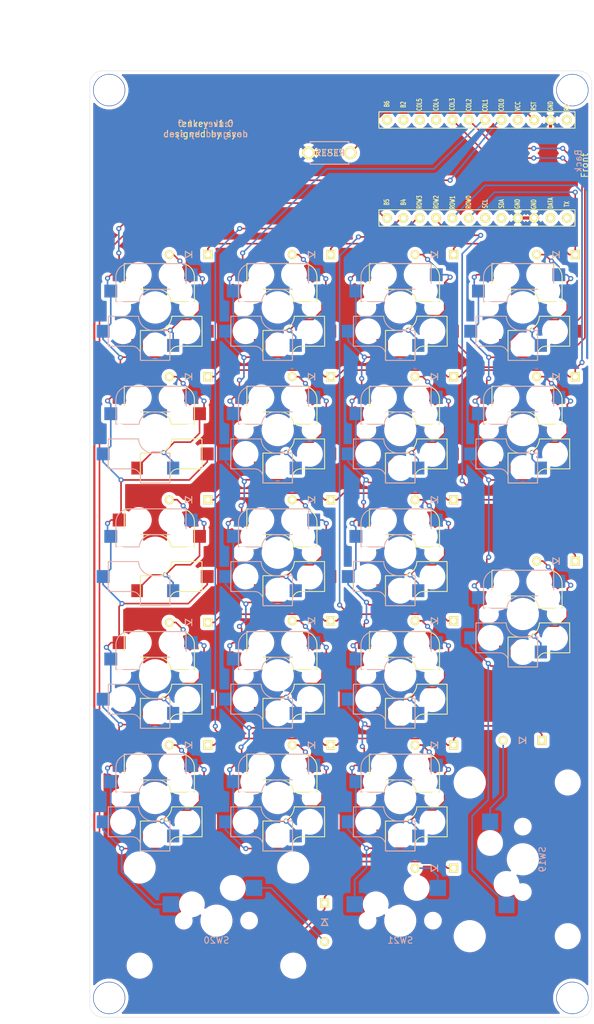
<source format=kicad_pcb>
(kicad_pcb (version 20171130) (host pcbnew "(5.1.2-1)-1")
  (layers (0 F.Cu signal) (31 B.Cu signal) (34 B.Paste user hide) (35 F.Paste user hide) (36 B.SilkS user) (37 F.SilkS user) (38 B.Mask user) (39 F.Mask user) (44 Edge.Cuts user))
  (net 0 "")
  (net 1 row0)
  (net 2 "Net-(D1-Pad2)")
  (net 3 "Net-(D2-Pad2)")
  (net 4 "Net-(D3-Pad2)")
  (net 5 "Net-(D4-Pad2)")
  (net 6 row1)
  (net 7 "Net-(D5-Pad2)")
  (net 8 "Net-(D6-Pad2)")
  (net 9 "Net-(D7-Pad2)")
  (net 10 "Net-(D8-Pad2)")
  (net 11 row2)
  (net 12 "Net-(D9-Pad2)")
  (net 13 "Net-(D10-Pad2)")
  (net 14 "Net-(D11-Pad2)")
  (net 15 "Net-(D12-Pad2)")
  (net 16 row3)
  (net 17 "Net-(D13-Pad2)")
  (net 18 "Net-(D14-Pad2)")
  (net 19 "Net-(D15-Pad2)")
  (net 20 "Net-(D16-Pad2)")
  (net 21 row4)
  (net 22 "Net-(D17-Pad2)")
  (net 23 "Net-(D18-Pad2)")
  (net 24 "Net-(D19-Pad2)")
  (net 25 "Net-(D20-Pad2)")
  (net 26 row5)
  (net 27 "Net-(D21-Pad2)")
  (net 28 col0)
  (net 29 col1)
  (net 30 col2)
  (net 31 col3)
  (net 32 reset)
  (net 33 GND)
  (net 34 "Net-(U1-Pad24)")
  (net 35 VCC)
  (net 36 "Net-(U1-Pad16)")
  (net 37 "Net-(U1-Pad15)")
  (net 38 "Net-(U1-Pad14)")
  (net 39 "Net-(U1-Pad13)")
  (net 40 "Net-(U1-Pad6)")
  (net 41 "Net-(U1-Pad5)")
  (net 42 "Net-(U1-Pad2)")
  (net 43 "Net-(U1-Pad1)")
  (module kbd:HOLE (layer F.Cu) (at 122 183.45)
    (fp_text reference Ref**)
    (fp_text value Val**)
    (pad "" np_thru_hole circle (at 0 0) (size 5 5) (drill 4.8) (layers *.Cu *.Mask))
  )
  (module kbd:HOLE (layer F.Cu) (at 50 183.45)
    (fp_text reference Ref**)
    (fp_text value Val**)
    (pad "" np_thru_hole circle (at 0 0) (size 5 5) (drill 4.8) (layers *.Cu *.Mask))
  )
  (module kbd:HOLE (layer F.Cu) (at 122 42.45)
    (fp_text reference Ref**)
    (fp_text value Val**)
    (pad "" np_thru_hole circle (at 0 0) (size 5 5) (drill 4.8) (layers *.Cu *.Mask))
  )
  (module kbd:HOLE (layer F.Cu) (at 50 42.45)
    (fp_text reference Ref**)
    (fp_text value Val**)
    (pad "" np_thru_hole circle (at 0 0) (size 5 5) (drill 4.8) (layers *.Cu *.Mask))
  )
  (module MX_Only:MXOnly-1U-Hotswap (layer F.Cu) (at 95.25 171.45)
    (fp_text reference SW21 hide)
    (fp_text value KEY_SWITCH hide)
    (fp_text user %R (at 0 3.048) (layer B.SilkS) (effects (justify mirror)))
    (pad 2 smd rect (at 5.842 -5.08) (size 2.55 2.5) (layers B.Cu B.Paste B.Mask) (net 27 "Net-(D21-Pad2)"))
    (pad 1 smd rect (at -7.085 -2.54) (size 2.55 2.5) (layers B.Cu B.Paste B.Mask) (net 30 col2))
    (pad "" np_thru_hole circle (at 5.08 0 48.0996) (size 1.75 1.75) (drill 1.75) (layers *.Cu *.Mask))
    (pad "" np_thru_hole circle (at -5.08 0 48.0996) (size 1.75 1.75) (drill 1.75) (layers *.Cu *.Mask))
    (pad "" np_thru_hole circle (at -3.81 -2.54) (size 3 3) (drill 3) (layers *.Cu *.Mask))
    (pad "" np_thru_hole circle (at 0 0) (size 3.9878 3.9878) (drill 3.9878) (layers *.Cu *.Mask))
    (pad "" np_thru_hole circle (at 2.54 -5.08) (size 3 3) (drill 3) (layers *.Cu *.Mask))
  )
  (module MX_Only:MXOnly-2U-Hotswap-ReversedStabilizers (layer F.Cu) (at 114.3 161.925 90)
    (fp_text reference SW19 hide)
    (fp_text value KEY_SWITCH hide)
    (fp_text user %R (at 0 3.048 90) (layer B.SilkS) (effects (justify mirror)))
    (pad "" np_thru_hole circle (at -11.938 -8.255 90) (size 3.9878 3.9878) (drill 3.9878) (layers *.Cu *.Mask))
    (pad "" np_thru_hole circle (at 11.938 -8.255 90) (size 3.9878 3.9878) (drill 3.9878) (layers *.Cu *.Mask))
    (pad "" np_thru_hole circle (at -11.938 6.985 90) (size 3.048 3.048) (drill 3.048) (layers *.Cu *.Mask))
    (pad "" np_thru_hole circle (at 11.938 6.985 90) (size 3.048 3.048) (drill 3.048) (layers *.Cu *.Mask))
    (pad 2 smd rect (at 5.842 -5.08 90) (size 2.55 2.5) (layers B.Cu B.Paste B.Mask) (net 24 "Net-(D19-Pad2)"))
    (pad 1 smd rect (at -7.085 -2.54 90) (size 2.55 2.5) (layers B.Cu B.Paste B.Mask) (net 31 col3))
    (pad "" np_thru_hole circle (at 5.08 0 138.0996) (size 1.75 1.75) (drill 1.75) (layers *.Cu *.Mask))
    (pad "" np_thru_hole circle (at -5.08 0 138.0996) (size 1.75 1.75) (drill 1.75) (layers *.Cu *.Mask))
    (pad "" np_thru_hole circle (at -3.81 -2.54 90) (size 3 3) (drill 3) (layers *.Cu *.Mask))
    (pad "" np_thru_hole circle (at 0 0 90) (size 3.9878 3.9878) (drill 3.9878) (layers *.Cu *.Mask))
    (pad "" np_thru_hole circle (at 2.54 -5.08 90) (size 3 3) (drill 3) (layers *.Cu *.Mask))
  )
  (module MX_Only:MXOnly-2U-Hotswap-ReversedStabilizers (layer F.Cu) (at 66.675 171.45)
    (fp_text reference SW20 hide)
    (fp_text value KEY_SWITCH hide)
    (fp_text user %R (at 0 3.048) (layer B.SilkS) (effects (justify mirror)))
    (pad "" np_thru_hole circle (at -11.938 -8.255) (size 3.9878 3.9878) (drill 3.9878) (layers *.Cu *.Mask))
    (pad "" np_thru_hole circle (at 11.938 -8.255) (size 3.9878 3.9878) (drill 3.9878) (layers *.Cu *.Mask))
    (pad "" np_thru_hole circle (at -11.938 6.985) (size 3.048 3.048) (drill 3.048) (layers *.Cu *.Mask))
    (pad "" np_thru_hole circle (at 11.938 6.985) (size 3.048 3.048) (drill 3.048) (layers *.Cu *.Mask))
    (pad 2 smd rect (at 5.842 -5.08) (size 2.55 2.5) (layers B.Cu B.Paste B.Mask) (net 25 "Net-(D20-Pad2)"))
    (pad 1 smd rect (at -7.085 -2.54) (size 2.55 2.5) (layers B.Cu B.Paste B.Mask) (net 28 col0))
    (pad "" np_thru_hole circle (at 5.08 0 48.0996) (size 1.75 1.75) (drill 1.75) (layers *.Cu *.Mask))
    (pad "" np_thru_hole circle (at -5.08 0 48.0996) (size 1.75 1.75) (drill 1.75) (layers *.Cu *.Mask))
    (pad "" np_thru_hole circle (at -3.81 -2.54) (size 3 3) (drill 3) (layers *.Cu *.Mask))
    (pad "" np_thru_hole circle (at 0 0) (size 3.9878 3.9878) (drill 3.9878) (layers *.Cu *.Mask))
    (pad "" np_thru_hole circle (at 2.54 -5.08) (size 3 3) (drill 3) (layers *.Cu *.Mask))
  )
  (module kbd:ResetSW (layer F.Cu) (at 84.25 52.2)
    (fp_text reference SW22 hide)
    (fp_text value RESET_SWITCH)
    (fp_text user RESET (at 0.127 0) (layer B.SilkS) (effects (justify mirror)))
    (fp_text user RESET (at 0 0) (layer F.SilkS))
    (pad 1 thru_hole circle (at 3.25 0) (size 2 2) (drill 1.3) (layers *.Cu *.Mask F.SilkS) (net 32 reset))
    (pad 2 thru_hole circle (at -3.25 0) (size 2 2) (drill 1.3) (layers *.Cu *.Mask F.SilkS) (net 33 GND))
  )
  (module kbd:D3_TH (layer F.Cu) (at 62.35 68 180)
    (fp_text reference D1 hide)
    (fp_text value D hide)
    (pad 1 thru_hole rect (at -3 0 180) (size 1.397 1.397) (drill 0.8128) (layers *.Cu F.SilkS B.Mask) (net 1 row0))
    (pad 2 thru_hole circle (at 3 0 180) (size 1.397 1.397) (drill 0.8128) (layers *.Cu F.SilkS B.Mask) (net 2 "Net-(D1-Pad2)"))
  )
  (module kbd:D3_TH (layer F.Cu) (at 81.45 68 180)
    (fp_text reference D2 hide)
    (fp_text value D hide)
    (pad 2 thru_hole circle (at 3 0 180) (size 1.397 1.397) (drill 0.8128) (layers *.Cu F.SilkS B.Mask) (net 3 "Net-(D2-Pad2)"))
    (pad 1 thru_hole rect (at -3 0 180) (size 1.397 1.397) (drill 0.8128) (layers *.Cu F.SilkS B.Mask) (net 1 row0))
  )
  (module kbd:D3_TH (layer F.Cu) (at 100.55 68 180)
    (fp_text reference D3 hide)
    (fp_text value D hide)
    (pad 1 thru_hole rect (at -3 0 180) (size 1.397 1.397) (drill 0.8128) (layers *.Cu F.SilkS B.Mask) (net 1 row0))
    (pad 2 thru_hole circle (at 3 0 180) (size 1.397 1.397) (drill 0.8128) (layers *.Cu F.SilkS B.Mask) (net 4 "Net-(D3-Pad2)"))
  )
  (module kbd:D3_TH (layer F.Cu) (at 119.45 68 180)
    (fp_text reference D4 hide)
    (fp_text value D hide)
    (pad 1 thru_hole rect (at -3 0 180) (size 1.397 1.397) (drill 0.8128) (layers *.Cu F.SilkS B.Mask) (net 1 row0))
    (pad 2 thru_hole circle (at 3 0 180) (size 1.397 1.397) (drill 0.8128) (layers *.Cu F.SilkS B.Mask) (net 5 "Net-(D4-Pad2)"))
  )
  (module kbd:D3_TH (layer F.Cu) (at 62.35 86.96 180)
    (fp_text reference D5 hide)
    (fp_text value D hide)
    (pad 1 thru_hole rect (at -3 0 180) (size 1.397 1.397) (drill 0.8128) (layers *.Cu F.SilkS B.Mask) (net 6 row1))
    (pad 2 thru_hole circle (at 3 0 180) (size 1.397 1.397) (drill 0.8128) (layers *.Cu F.SilkS B.Mask) (net 7 "Net-(D5-Pad2)"))
  )
  (module kbd:D3_TH (layer F.Cu) (at 81.45 86.96 180)
    (fp_text reference D6 hide)
    (fp_text value D hide)
    (pad 2 thru_hole circle (at 3 0 180) (size 1.397 1.397) (drill 0.8128) (layers *.Cu F.SilkS B.Mask) (net 8 "Net-(D6-Pad2)"))
    (pad 1 thru_hole rect (at -3 0 180) (size 1.397 1.397) (drill 0.8128) (layers *.Cu F.SilkS B.Mask) (net 6 row1))
  )
  (module kbd:D3_TH (layer F.Cu) (at 100.55 86.96 180)
    (fp_text reference D7 hide)
    (fp_text value D hide)
    (pad 2 thru_hole circle (at 3 0 180) (size 1.397 1.397) (drill 0.8128) (layers *.Cu F.SilkS B.Mask) (net 9 "Net-(D7-Pad2)"))
    (pad 1 thru_hole rect (at -3 0 180) (size 1.397 1.397) (drill 0.8128) (layers *.Cu F.SilkS B.Mask) (net 6 row1))
  )
  (module kbd:D3_TH (layer F.Cu) (at 119.45 86.96 180)
    (fp_text reference D8 hide)
    (fp_text value D hide)
    (pad 2 thru_hole circle (at 3 0 180) (size 1.397 1.397) (drill 0.8128) (layers *.Cu F.SilkS B.Mask) (net 10 "Net-(D8-Pad2)"))
    (pad 1 thru_hole rect (at -3 0 180) (size 1.397 1.397) (drill 0.8128) (layers *.Cu F.SilkS B.Mask) (net 6 row1))
  )
  (module kbd:D3_TH (layer F.Cu) (at 62.35 106.08 180)
    (fp_text reference D9 hide)
    (fp_text value D hide)
    (pad 1 thru_hole rect (at -3 0 180) (size 1.397 1.397) (drill 0.8128) (layers *.Cu F.SilkS B.Mask) (net 11 row2))
    (pad 2 thru_hole circle (at 3 0 180) (size 1.397 1.397) (drill 0.8128) (layers *.Cu F.SilkS B.Mask) (net 12 "Net-(D9-Pad2)"))
  )
  (module kbd:D3_TH (layer F.Cu) (at 81.45 106.08 180)
    (fp_text reference D10 hide)
    (fp_text value D hide)
    (pad 2 thru_hole circle (at 3 0 180) (size 1.397 1.397) (drill 0.8128) (layers *.Cu F.SilkS B.Mask) (net 13 "Net-(D10-Pad2)"))
    (pad 1 thru_hole rect (at -3 0 180) (size 1.397 1.397) (drill 0.8128) (layers *.Cu F.SilkS B.Mask) (net 11 row2))
  )
  (module kbd:D3_TH (layer F.Cu) (at 100.55 106.08 180)
    (fp_text reference D11 hide)
    (fp_text value D hide)
    (pad 1 thru_hole rect (at -3 0 180) (size 1.397 1.397) (drill 0.8128) (layers *.Cu F.SilkS B.Mask) (net 11 row2))
    (pad 2 thru_hole circle (at 3 0 180) (size 1.397 1.397) (drill 0.8128) (layers *.Cu F.SilkS B.Mask) (net 14 "Net-(D11-Pad2)"))
  )
  (module kbd:D3_TH (layer F.Cu) (at 119.45 115.6 180)
    (fp_text reference D12 hide)
    (fp_text value D hide)
    (pad 2 thru_hole circle (at 3 0 180) (size 1.397 1.397) (drill 0.8128) (layers *.Cu F.SilkS B.Mask) (net 15 "Net-(D12-Pad2)"))
    (pad 1 thru_hole rect (at -3 0 180) (size 1.397 1.397) (drill 0.8128) (layers *.Cu F.SilkS B.Mask) (net 11 row2))
  )
  (module kbd:D3_TH (layer F.Cu) (at 62.35 125.13 180)
    (fp_text reference D13 hide)
    (fp_text value D hide)
    (pad 1 thru_hole rect (at -3 0 180) (size 1.397 1.397) (drill 0.8128) (layers *.Cu F.SilkS B.Mask) (net 16 row3))
    (pad 2 thru_hole circle (at 3 0 180) (size 1.397 1.397) (drill 0.8128) (layers *.Cu F.SilkS B.Mask) (net 17 "Net-(D13-Pad2)"))
  )
  (module kbd:D3_TH (layer F.Cu) (at 81.45 124.876 180)
    (fp_text reference D14 hide)
    (fp_text value D hide)
    (pad 2 thru_hole circle (at 3 0 180) (size 1.397 1.397) (drill 0.8128) (layers *.Cu F.SilkS B.Mask) (net 18 "Net-(D14-Pad2)"))
    (pad 1 thru_hole rect (at -3 0 180) (size 1.397 1.397) (drill 0.8128) (layers *.Cu F.SilkS B.Mask) (net 16 row3))
  )
  (module kbd:D3_TH (layer F.Cu) (at 100.55 124.876 180)
    (fp_text reference D15 hide)
    (fp_text value D hide)
    (pad 1 thru_hole rect (at -3 0 180) (size 1.397 1.397) (drill 0.8128) (layers *.Cu F.SilkS B.Mask) (net 16 row3))
    (pad 2 thru_hole circle (at 3 0 180) (size 1.397 1.397) (drill 0.8128) (layers *.Cu F.SilkS B.Mask) (net 19 "Net-(D15-Pad2)"))
  )
  (module kbd:D3_TH (layer F.Cu) (at 62.35 144.18 180)
    (fp_text reference D16 hide)
    (fp_text value D hide)
    (pad 2 thru_hole circle (at 3 0 180) (size 1.397 1.397) (drill 0.8128) (layers *.Cu F.SilkS B.Mask) (net 20 "Net-(D16-Pad2)"))
    (pad 1 thru_hole rect (at -3 0 180) (size 1.397 1.397) (drill 0.8128) (layers *.Cu F.SilkS B.Mask) (net 21 row4))
  )
  (module kbd:D3_TH (layer F.Cu) (at 81.45 144.18 180)
    (fp_text reference D17 hide)
    (fp_text value D hide)
    (pad 1 thru_hole rect (at -3 0 180) (size 1.397 1.397) (drill 0.8128) (layers *.Cu F.SilkS B.Mask) (net 21 row4))
    (pad 2 thru_hole circle (at 3 0 180) (size 1.397 1.397) (drill 0.8128) (layers *.Cu F.SilkS B.Mask) (net 22 "Net-(D17-Pad2)"))
  )
  (module kbd:D3_TH (layer F.Cu) (at 100.55 144.18 180)
    (fp_text reference D18 hide)
    (fp_text value D hide)
    (pad 2 thru_hole circle (at 3 0 180) (size 1.397 1.397) (drill 0.8128) (layers *.Cu F.SilkS B.Mask) (net 23 "Net-(D18-Pad2)"))
    (pad 1 thru_hole rect (at -3 0 180) (size 1.397 1.397) (drill 0.8128) (layers *.Cu F.SilkS B.Mask) (net 21 row4))
  )
  (module kbd:D3_TH (layer F.Cu) (at 114.25 143.45 180)
    (fp_text reference D19 hide)
    (fp_text value D hide)
    (pad 1 thru_hole rect (at -3 0 180) (size 1.397 1.397) (drill 0.8128) (layers *.Cu F.SilkS B.Mask) (net 21 row4))
    (pad 2 thru_hole circle (at 3 0 180) (size 1.397 1.397) (drill 0.8128) (layers *.Cu F.SilkS B.Mask) (net 24 "Net-(D19-Pad2)"))
  )
  (module kbd:D3_TH (layer F.Cu) (at 83.5 171.7 270)
    (fp_text reference D20 hide)
    (fp_text value D hide)
    (pad 2 thru_hole circle (at 3 0 270) (size 1.397 1.397) (drill 0.8128) (layers *.Cu F.SilkS B.Mask) (net 25 "Net-(D20-Pad2)"))
    (pad 1 thru_hole rect (at -3 0 270) (size 1.397 1.397) (drill 0.8128) (layers *.Cu F.SilkS B.Mask) (net 26 row5))
  )
  (module kbd:D3_TH (layer F.Cu) (at 100.55 163.3 180)
    (fp_text reference D21 hide)
    (fp_text value D hide)
    (pad 1 thru_hole rect (at -3 0 180) (size 1.397 1.397) (drill 0.8128) (layers *.Cu F.SilkS B.Mask) (net 26 row5))
    (pad 2 thru_hole circle (at 3 0 180) (size 1.397 1.397) (drill 0.8128) (layers *.Cu F.SilkS B.Mask) (net 27 "Net-(D21-Pad2)"))
  )
  (module kbd:CherryMX_Choc_Hotswap (layer F.Cu) (at 57.15 76.2)
    (fp_text reference SW1 hide)
    (fp_text value KEY_SWITCH hide)
    (pad 2 smd rect (at 5.6 -5.08 180) (size 2 2) (layers B.Cu B.Paste B.Mask) (net 2 "Net-(D1-Pad2)"))
    (pad "" np_thru_hole circle (at -3.81 -2.54 180) (size 3 3) (drill 3) (layers *.Cu *.Mask))
    (pad "" np_thru_hole circle (at -5.08 0) (size 1.7 1.7) (drill 1.7) (layers *.Cu *.Mask))
    (pad "" np_thru_hole circle (at 5.08 0) (size 1.7 1.7) (drill 1.7) (layers *.Cu *.Mask))
    (pad "" np_thru_hole circle (at 5.5 0 90) (size 1.9 1.9) (drill 1.9) (layers *.Cu *.Mask))
    (pad "" np_thru_hole circle (at -5.5 0 90) (size 1.9 1.9) (drill 1.9) (layers *.Cu *.Mask))
    (pad "" np_thru_hole circle (at 0 0 90) (size 4 4) (drill 4) (layers *.Cu *.Mask))
    (pad "" np_thru_hole circle (at 2.54 -5.08 180) (size 3 3) (drill 3) (layers *.Cu *.Mask))
    (pad 1 smd rect (at -6.9 -2.54 180) (size 2 2) (layers B.Cu B.Paste B.Mask) (net 28 col0))
    (pad "" np_thru_hole circle (at 0 5.9 90) (size 3 3) (drill 3) (layers *.Cu *.Mask))
    (pad "" np_thru_hole circle (at -5 3.7 90) (size 3 3) (drill 3) (layers *.Cu *.Mask))
    (pad 2 smd rect (at 2.8 5.9 180) (size 1.9 2) (layers B.Cu B.Paste B.Mask) (net 2 "Net-(D1-Pad2)"))
    (pad 1 smd rect (at -8.1 3.7 180) (size 2 2) (layers B.Cu B.Paste B.Mask) (net 28 col0))
    (pad 1 smd rect (at 8.1 3.7 180) (size 2 2) (layers F.Cu F.Paste F.Mask) (net 28 col0))
    (pad 2 smd rect (at -2.8 5.9 180) (size 1.8 2) (layers F.Cu F.Paste F.Mask) (net 2 "Net-(D1-Pad2)"))
    (pad "" np_thru_hole circle (at 5 3.7 270) (size 3 3) (drill 3) (layers *.Cu *.Mask))
    (pad 2 smd rect (at 6.9 -2.54 180) (size 2 2) (layers F.Cu F.Paste F.Mask) (net 2 "Net-(D1-Pad2)"))
    (pad "" np_thru_hole circle (at -2.54 -5.08 180) (size 3 3) (drill 3) (layers *.Cu *.Mask))
    (pad "" np_thru_hole circle (at 3.81 -2.54 180) (size 3 3) (drill 3) (layers *.Cu *.Mask))
    (pad 1 smd rect (at -5.6 -5.08 180) (size 2 2) (layers F.Cu F.Paste F.Mask) (net 28 col0))
  )
  (module kbd:CherryMX_Choc_Hotswap (layer F.Cu) (at 76.2 76.2)
    (fp_text reference SW2 hide)
    (fp_text value KEY_SWITCH hide)
    (pad 2 smd rect (at 5.6 -5.08 180) (size 2 2) (layers B.Cu B.Paste B.Mask) (net 3 "Net-(D2-Pad2)"))
    (pad "" np_thru_hole circle (at -3.81 -2.54 180) (size 3 3) (drill 3) (layers *.Cu *.Mask))
    (pad "" np_thru_hole circle (at -5.08 0) (size 1.7 1.7) (drill 1.7) (layers *.Cu *.Mask))
    (pad "" np_thru_hole circle (at 5.08 0) (size 1.7 1.7) (drill 1.7) (layers *.Cu *.Mask))
    (pad "" np_thru_hole circle (at 5.5 0 90) (size 1.9 1.9) (drill 1.9) (layers *.Cu *.Mask))
    (pad "" np_thru_hole circle (at -5.5 0 90) (size 1.9 1.9) (drill 1.9) (layers *.Cu *.Mask))
    (pad "" np_thru_hole circle (at 0 0 90) (size 4 4) (drill 4) (layers *.Cu *.Mask))
    (pad "" np_thru_hole circle (at 2.54 -5.08 180) (size 3 3) (drill 3) (layers *.Cu *.Mask))
    (pad 1 smd rect (at -6.9 -2.54 180) (size 2 2) (layers B.Cu B.Paste B.Mask) (net 29 col1))
    (pad "" np_thru_hole circle (at 0 5.9 90) (size 3 3) (drill 3) (layers *.Cu *.Mask))
    (pad "" np_thru_hole circle (at -5 3.7 90) (size 3 3) (drill 3) (layers *.Cu *.Mask))
    (pad 2 smd rect (at 2.8 5.9 180) (size 1.9 2) (layers B.Cu B.Paste B.Mask) (net 3 "Net-(D2-Pad2)"))
    (pad 1 smd rect (at -8.1 3.7 180) (size 2 2) (layers B.Cu B.Paste B.Mask) (net 29 col1))
    (pad 1 smd rect (at 8.1 3.7 180) (size 2 2) (layers F.Cu F.Paste F.Mask) (net 29 col1))
    (pad 2 smd rect (at -2.8 5.9 180) (size 1.8 2) (layers F.Cu F.Paste F.Mask) (net 3 "Net-(D2-Pad2)"))
    (pad "" np_thru_hole circle (at 5 3.7 270) (size 3 3) (drill 3) (layers *.Cu *.Mask))
    (pad 2 smd rect (at 6.9 -2.54 180) (size 2 2) (layers F.Cu F.Paste F.Mask) (net 3 "Net-(D2-Pad2)"))
    (pad "" np_thru_hole circle (at -2.54 -5.08 180) (size 3 3) (drill 3) (layers *.Cu *.Mask))
    (pad "" np_thru_hole circle (at 3.81 -2.54 180) (size 3 3) (drill 3) (layers *.Cu *.Mask))
    (pad 1 smd rect (at -5.6 -5.08 180) (size 2 2) (layers F.Cu F.Paste F.Mask) (net 29 col1))
  )
  (module kbd:CherryMX_Choc_Hotswap (layer F.Cu) (at 95.25 76.2)
    (fp_text reference SW3 hide)
    (fp_text value KEY_SWITCH hide)
    (pad 2 smd rect (at 5.6 -5.08 180) (size 2 2) (layers B.Cu B.Paste B.Mask) (net 4 "Net-(D3-Pad2)"))
    (pad "" np_thru_hole circle (at -3.81 -2.54 180) (size 3 3) (drill 3) (layers *.Cu *.Mask))
    (pad "" np_thru_hole circle (at -5.08 0) (size 1.7 1.7) (drill 1.7) (layers *.Cu *.Mask))
    (pad "" np_thru_hole circle (at 5.08 0) (size 1.7 1.7) (drill 1.7) (layers *.Cu *.Mask))
    (pad "" np_thru_hole circle (at 5.5 0 90) (size 1.9 1.9) (drill 1.9) (layers *.Cu *.Mask))
    (pad "" np_thru_hole circle (at -5.5 0 90) (size 1.9 1.9) (drill 1.9) (layers *.Cu *.Mask))
    (pad "" np_thru_hole circle (at 0 0 90) (size 4 4) (drill 4) (layers *.Cu *.Mask))
    (pad "" np_thru_hole circle (at 2.54 -5.08 180) (size 3 3) (drill 3) (layers *.Cu *.Mask))
    (pad 1 smd rect (at -6.9 -2.54 180) (size 2 2) (layers B.Cu B.Paste B.Mask) (net 30 col2))
    (pad "" np_thru_hole circle (at 0 5.9 90) (size 3 3) (drill 3) (layers *.Cu *.Mask))
    (pad "" np_thru_hole circle (at -5 3.7 90) (size 3 3) (drill 3) (layers *.Cu *.Mask))
    (pad 2 smd rect (at 2.8 5.9 180) (size 1.9 2) (layers B.Cu B.Paste B.Mask) (net 4 "Net-(D3-Pad2)"))
    (pad 1 smd rect (at -8.1 3.7 180) (size 2 2) (layers B.Cu B.Paste B.Mask) (net 30 col2))
    (pad 1 smd rect (at 8.1 3.7 180) (size 2 2) (layers F.Cu F.Paste F.Mask) (net 30 col2))
    (pad 2 smd rect (at -2.8 5.9 180) (size 1.8 2) (layers F.Cu F.Paste F.Mask) (net 4 "Net-(D3-Pad2)"))
    (pad "" np_thru_hole circle (at 5 3.7 270) (size 3 3) (drill 3) (layers *.Cu *.Mask))
    (pad 2 smd rect (at 6.9 -2.54 180) (size 2 2) (layers F.Cu F.Paste F.Mask) (net 4 "Net-(D3-Pad2)"))
    (pad "" np_thru_hole circle (at -2.54 -5.08 180) (size 3 3) (drill 3) (layers *.Cu *.Mask))
    (pad "" np_thru_hole circle (at 3.81 -2.54 180) (size 3 3) (drill 3) (layers *.Cu *.Mask))
    (pad 1 smd rect (at -5.6 -5.08 180) (size 2 2) (layers F.Cu F.Paste F.Mask) (net 30 col2))
  )
  (module kbd:CherryMX_Choc_Hotswap (layer F.Cu) (at 114.3 76.2)
    (fp_text reference SW4 hide)
    (fp_text value KEY_SWITCH hide)
    (pad 2 smd rect (at 5.6 -5.08 180) (size 2 2) (layers B.Cu B.Paste B.Mask) (net 5 "Net-(D4-Pad2)"))
    (pad "" np_thru_hole circle (at -3.81 -2.54 180) (size 3 3) (drill 3) (layers *.Cu *.Mask))
    (pad "" np_thru_hole circle (at -5.08 0) (size 1.7 1.7) (drill 1.7) (layers *.Cu *.Mask))
    (pad "" np_thru_hole circle (at 5.08 0) (size 1.7 1.7) (drill 1.7) (layers *.Cu *.Mask))
    (pad "" np_thru_hole circle (at 5.5 0 90) (size 1.9 1.9) (drill 1.9) (layers *.Cu *.Mask))
    (pad "" np_thru_hole circle (at -5.5 0 90) (size 1.9 1.9) (drill 1.9) (layers *.Cu *.Mask))
    (pad "" np_thru_hole circle (at 0 0 90) (size 4 4) (drill 4) (layers *.Cu *.Mask))
    (pad "" np_thru_hole circle (at 2.54 -5.08 180) (size 3 3) (drill 3) (layers *.Cu *.Mask))
    (pad 1 smd rect (at -6.9 -2.54 180) (size 2 2) (layers B.Cu B.Paste B.Mask) (net 31 col3))
    (pad "" np_thru_hole circle (at 0 5.9 90) (size 3 3) (drill 3) (layers *.Cu *.Mask))
    (pad "" np_thru_hole circle (at -5 3.7 90) (size 3 3) (drill 3) (layers *.Cu *.Mask))
    (pad 2 smd rect (at 2.8 5.9 180) (size 1.9 2) (layers B.Cu B.Paste B.Mask) (net 5 "Net-(D4-Pad2)"))
    (pad 1 smd rect (at -8.1 3.7 180) (size 2 2) (layers B.Cu B.Paste B.Mask) (net 31 col3))
    (pad 1 smd rect (at 8.1 3.7 180) (size 2 2) (layers F.Cu F.Paste F.Mask) (net 31 col3))
    (pad 2 smd rect (at -2.8 5.9 180) (size 1.8 2) (layers F.Cu F.Paste F.Mask) (net 5 "Net-(D4-Pad2)"))
    (pad "" np_thru_hole circle (at 5 3.7 270) (size 3 3) (drill 3) (layers *.Cu *.Mask))
    (pad 2 smd rect (at 6.9 -2.54 180) (size 2 2) (layers F.Cu F.Paste F.Mask) (net 5 "Net-(D4-Pad2)"))
    (pad "" np_thru_hole circle (at -2.54 -5.08 180) (size 3 3) (drill 3) (layers *.Cu *.Mask))
    (pad "" np_thru_hole circle (at 3.81 -2.54 180) (size 3 3) (drill 3) (layers *.Cu *.Mask))
    (pad 1 smd rect (at -5.6 -5.08 180) (size 2 2) (layers F.Cu F.Paste F.Mask) (net 31 col3))
  )
  (module kbd:CherryMX_Choc_Hotswap (layer F.Cu) (at 57.15 95.25)
    (fp_text reference SW5 hide)
    (fp_text value KEY_SWITCH hide)
    (pad 2 smd rect (at 5.6 -5.08 180) (size 2 2) (layers B.Cu B.Paste B.Mask) (net 7 "Net-(D5-Pad2)"))
    (pad "" np_thru_hole circle (at -3.81 -2.54 180) (size 3 3) (drill 3) (layers *.Cu *.Mask))
    (pad "" np_thru_hole circle (at -5.08 0) (size 1.7 1.7) (drill 1.7) (layers *.Cu *.Mask))
    (pad "" np_thru_hole circle (at 5.08 0) (size 1.7 1.7) (drill 1.7) (layers *.Cu *.Mask))
    (pad "" np_thru_hole circle (at 5.5 0 90) (size 1.9 1.9) (drill 1.9) (layers *.Cu *.Mask))
    (pad "" np_thru_hole circle (at -5.5 0 90) (size 1.9 1.9) (drill 1.9) (layers *.Cu *.Mask))
    (pad "" np_thru_hole circle (at 0 0 90) (size 4 4) (drill 4) (layers *.Cu *.Mask))
    (pad "" np_thru_hole circle (at 2.54 -5.08 180) (size 3 3) (drill 3) (layers *.Cu *.Mask))
    (pad 1 smd rect (at -6.9 -2.54 180) (size 2 2) (layers B.Cu B.Paste B.Mask) (net 28 col0))
    (pad "" np_thru_hole circle (at 0 5.9 90) (size 3 3) (drill 3) (layers *.Cu *.Mask))
    (pad "" np_thru_hole circle (at -5 3.7 90) (size 3 3) (drill 3) (layers *.Cu *.Mask))
    (pad 2 smd rect (at 2.8 5.9 180) (size 1.9 2) (layers B.Cu B.Paste B.Mask) (net 7 "Net-(D5-Pad2)"))
    (pad 1 smd rect (at -8.1 3.7 180) (size 2 2) (layers B.Cu B.Paste B.Mask) (net 28 col0))
    (pad 1 smd rect (at 8.1 3.7 180) (size 2 2) (layers F.Cu F.Paste F.Mask) (net 28 col0))
    (pad 2 smd rect (at -2.8 5.9 180) (size 1.8 2) (layers F.Cu F.Paste F.Mask) (net 7 "Net-(D5-Pad2)"))
    (pad "" np_thru_hole circle (at 5 3.7 270) (size 3 3) (drill 3) (layers *.Cu *.Mask))
    (pad 2 smd rect (at 6.9 -2.54 180) (size 2 2) (layers F.Cu F.Paste F.Mask) (net 7 "Net-(D5-Pad2)"))
    (pad "" np_thru_hole circle (at -2.54 -5.08 180) (size 3 3) (drill 3) (layers *.Cu *.Mask))
    (pad "" np_thru_hole circle (at 3.81 -2.54 180) (size 3 3) (drill 3) (layers *.Cu *.Mask))
    (pad 1 smd rect (at -5.6 -5.08 180) (size 2 2) (layers F.Cu F.Paste F.Mask) (net 28 col0))
  )
  (module kbd:CherryMX_Choc_Hotswap (layer F.Cu) (at 76.2 95.25)
    (fp_text reference SW6 hide)
    (fp_text value KEY_SWITCH hide)
    (pad 2 smd rect (at 5.6 -5.08 180) (size 2 2) (layers B.Cu B.Paste B.Mask) (net 8 "Net-(D6-Pad2)"))
    (pad "" np_thru_hole circle (at -3.81 -2.54 180) (size 3 3) (drill 3) (layers *.Cu *.Mask))
    (pad "" np_thru_hole circle (at -5.08 0) (size 1.7 1.7) (drill 1.7) (layers *.Cu *.Mask))
    (pad "" np_thru_hole circle (at 5.08 0) (size 1.7 1.7) (drill 1.7) (layers *.Cu *.Mask))
    (pad "" np_thru_hole circle (at 5.5 0 90) (size 1.9 1.9) (drill 1.9) (layers *.Cu *.Mask))
    (pad "" np_thru_hole circle (at -5.5 0 90) (size 1.9 1.9) (drill 1.9) (layers *.Cu *.Mask))
    (pad "" np_thru_hole circle (at 0 0 90) (size 4 4) (drill 4) (layers *.Cu *.Mask))
    (pad "" np_thru_hole circle (at 2.54 -5.08 180) (size 3 3) (drill 3) (layers *.Cu *.Mask))
    (pad 1 smd rect (at -6.9 -2.54 180) (size 2 2) (layers B.Cu B.Paste B.Mask) (net 29 col1))
    (pad "" np_thru_hole circle (at 0 5.9 90) (size 3 3) (drill 3) (layers *.Cu *.Mask))
    (pad "" np_thru_hole circle (at -5 3.7 90) (size 3 3) (drill 3) (layers *.Cu *.Mask))
    (pad 2 smd rect (at 2.8 5.9 180) (size 1.9 2) (layers B.Cu B.Paste B.Mask) (net 8 "Net-(D6-Pad2)"))
    (pad 1 smd rect (at -8.1 3.7 180) (size 2 2) (layers B.Cu B.Paste B.Mask) (net 29 col1))
    (pad 1 smd rect (at 8.1 3.7 180) (size 2 2) (layers F.Cu F.Paste F.Mask) (net 29 col1))
    (pad 2 smd rect (at -2.8 5.9 180) (size 1.8 2) (layers F.Cu F.Paste F.Mask) (net 8 "Net-(D6-Pad2)"))
    (pad "" np_thru_hole circle (at 5 3.7 270) (size 3 3) (drill 3) (layers *.Cu *.Mask))
    (pad 2 smd rect (at 6.9 -2.54 180) (size 2 2) (layers F.Cu F.Paste F.Mask) (net 8 "Net-(D6-Pad2)"))
    (pad "" np_thru_hole circle (at -2.54 -5.08 180) (size 3 3) (drill 3) (layers *.Cu *.Mask))
    (pad "" np_thru_hole circle (at 3.81 -2.54 180) (size 3 3) (drill 3) (layers *.Cu *.Mask))
    (pad 1 smd rect (at -5.6 -5.08 180) (size 2 2) (layers F.Cu F.Paste F.Mask) (net 29 col1))
  )
  (module kbd:CherryMX_Choc_Hotswap (layer F.Cu) (at 95.25 95.25)
    (fp_text reference SW7 hide)
    (fp_text value KEY_SWITCH hide)
    (pad 1 smd rect (at -5.6 -5.08 180) (size 2 2) (layers F.Cu F.Paste F.Mask) (net 30 col2))
    (pad "" np_thru_hole circle (at 3.81 -2.54 180) (size 3 3) (drill 3) (layers *.Cu *.Mask))
    (pad "" np_thru_hole circle (at -2.54 -5.08 180) (size 3 3) (drill 3) (layers *.Cu *.Mask))
    (pad 2 smd rect (at 6.9 -2.54 180) (size 2 2) (layers F.Cu F.Paste F.Mask) (net 9 "Net-(D7-Pad2)"))
    (pad "" np_thru_hole circle (at 5 3.7 270) (size 3 3) (drill 3) (layers *.Cu *.Mask))
    (pad 2 smd rect (at -2.8 5.9 180) (size 1.8 2) (layers F.Cu F.Paste F.Mask) (net 9 "Net-(D7-Pad2)"))
    (pad 1 smd rect (at 8.1 3.7 180) (size 2 2) (layers F.Cu F.Paste F.Mask) (net 30 col2))
    (pad 1 smd rect (at -8.1 3.7 180) (size 2 2) (layers B.Cu B.Paste B.Mask) (net 30 col2))
    (pad 2 smd rect (at 2.8 5.9 180) (size 1.9 2) (layers B.Cu B.Paste B.Mask) (net 9 "Net-(D7-Pad2)"))
    (pad "" np_thru_hole circle (at -5 3.7 90) (size 3 3) (drill 3) (layers *.Cu *.Mask))
    (pad "" np_thru_hole circle (at 0 5.9 90) (size 3 3) (drill 3) (layers *.Cu *.Mask))
    (pad 1 smd rect (at -6.9 -2.54 180) (size 2 2) (layers B.Cu B.Paste B.Mask) (net 30 col2))
    (pad "" np_thru_hole circle (at 2.54 -5.08 180) (size 3 3) (drill 3) (layers *.Cu *.Mask))
    (pad "" np_thru_hole circle (at 0 0 90) (size 4 4) (drill 4) (layers *.Cu *.Mask))
    (pad "" np_thru_hole circle (at -5.5 0 90) (size 1.9 1.9) (drill 1.9) (layers *.Cu *.Mask))
    (pad "" np_thru_hole circle (at 5.5 0 90) (size 1.9 1.9) (drill 1.9) (layers *.Cu *.Mask))
    (pad "" np_thru_hole circle (at 5.08 0) (size 1.7 1.7) (drill 1.7) (layers *.Cu *.Mask))
    (pad "" np_thru_hole circle (at -5.08 0) (size 1.7 1.7) (drill 1.7) (layers *.Cu *.Mask))
    (pad "" np_thru_hole circle (at -3.81 -2.54 180) (size 3 3) (drill 3) (layers *.Cu *.Mask))
    (pad 2 smd rect (at 5.6 -5.08 180) (size 2 2) (layers B.Cu B.Paste B.Mask) (net 9 "Net-(D7-Pad2)"))
  )
  (module kbd:CherryMX_Choc_Hotswap (layer F.Cu) (at 114.3 95.25)
    (fp_text reference SW8 hide)
    (fp_text value KEY_SWITCH hide)
    (pad 2 smd rect (at 5.6 -5.08 180) (size 2 2) (layers B.Cu B.Paste B.Mask) (net 10 "Net-(D8-Pad2)"))
    (pad "" np_thru_hole circle (at -3.81 -2.54 180) (size 3 3) (drill 3) (layers *.Cu *.Mask))
    (pad "" np_thru_hole circle (at -5.08 0) (size 1.7 1.7) (drill 1.7) (layers *.Cu *.Mask))
    (pad "" np_thru_hole circle (at 5.08 0) (size 1.7 1.7) (drill 1.7) (layers *.Cu *.Mask))
    (pad "" np_thru_hole circle (at 5.5 0 90) (size 1.9 1.9) (drill 1.9) (layers *.Cu *.Mask))
    (pad "" np_thru_hole circle (at -5.5 0 90) (size 1.9 1.9) (drill 1.9) (layers *.Cu *.Mask))
    (pad "" np_thru_hole circle (at 0 0 90) (size 4 4) (drill 4) (layers *.Cu *.Mask))
    (pad "" np_thru_hole circle (at 2.54 -5.08 180) (size 3 3) (drill 3) (layers *.Cu *.Mask))
    (pad 1 smd rect (at -6.9 -2.54 180) (size 2 2) (layers B.Cu B.Paste B.Mask) (net 31 col3))
    (pad "" np_thru_hole circle (at 0 5.9 90) (size 3 3) (drill 3) (layers *.Cu *.Mask))
    (pad "" np_thru_hole circle (at -5 3.7 90) (size 3 3) (drill 3) (layers *.Cu *.Mask))
    (pad 2 smd rect (at 2.8 5.9 180) (size 1.9 2) (layers B.Cu B.Paste B.Mask) (net 10 "Net-(D8-Pad2)"))
    (pad 1 smd rect (at -8.1 3.7 180) (size 2 2) (layers B.Cu B.Paste B.Mask) (net 31 col3))
    (pad 1 smd rect (at 8.1 3.7 180) (size 2 2) (layers F.Cu F.Paste F.Mask) (net 31 col3))
    (pad 2 smd rect (at -2.8 5.9 180) (size 1.8 2) (layers F.Cu F.Paste F.Mask) (net 10 "Net-(D8-Pad2)"))
    (pad "" np_thru_hole circle (at 5 3.7 270) (size 3 3) (drill 3) (layers *.Cu *.Mask))
    (pad 2 smd rect (at 6.9 -2.54 180) (size 2 2) (layers F.Cu F.Paste F.Mask) (net 10 "Net-(D8-Pad2)"))
    (pad "" np_thru_hole circle (at -2.54 -5.08 180) (size 3 3) (drill 3) (layers *.Cu *.Mask))
    (pad "" np_thru_hole circle (at 3.81 -2.54 180) (size 3 3) (drill 3) (layers *.Cu *.Mask))
    (pad 1 smd rect (at -5.6 -5.08 180) (size 2 2) (layers F.Cu F.Paste F.Mask) (net 31 col3))
  )
  (module kbd:CherryMX_Choc_Hotswap (layer F.Cu) (at 57.15 114.3)
    (fp_text reference SW9 hide)
    (fp_text value KEY_SWITCH hide)
    (pad 1 smd rect (at -5.6 -5.08 180) (size 2 2) (layers F.Cu F.Paste F.Mask) (net 28 col0))
    (pad "" np_thru_hole circle (at 3.81 -2.54 180) (size 3 3) (drill 3) (layers *.Cu *.Mask))
    (pad "" np_thru_hole circle (at -2.54 -5.08 180) (size 3 3) (drill 3) (layers *.Cu *.Mask))
    (pad 2 smd rect (at 6.9 -2.54 180) (size 2 2) (layers F.Cu F.Paste F.Mask) (net 12 "Net-(D9-Pad2)"))
    (pad "" np_thru_hole circle (at 5 3.7 270) (size 3 3) (drill 3) (layers *.Cu *.Mask))
    (pad 2 smd rect (at -2.8 5.9 180) (size 1.8 2) (layers F.Cu F.Paste F.Mask) (net 12 "Net-(D9-Pad2)"))
    (pad 1 smd rect (at 8.1 3.7 180) (size 2 2) (layers F.Cu F.Paste F.Mask) (net 28 col0))
    (pad 1 smd rect (at -8.1 3.7 180) (size 2 2) (layers B.Cu B.Paste B.Mask) (net 28 col0))
    (pad 2 smd rect (at 2.8 5.9 180) (size 1.9 2) (layers B.Cu B.Paste B.Mask) (net 12 "Net-(D9-Pad2)"))
    (pad "" np_thru_hole circle (at -5 3.7 90) (size 3 3) (drill 3) (layers *.Cu *.Mask))
    (pad "" np_thru_hole circle (at 0 5.9 90) (size 3 3) (drill 3) (layers *.Cu *.Mask))
    (pad 1 smd rect (at -6.9 -2.54 180) (size 2 2) (layers B.Cu B.Paste B.Mask) (net 28 col0))
    (pad "" np_thru_hole circle (at 2.54 -5.08 180) (size 3 3) (drill 3) (layers *.Cu *.Mask))
    (pad "" np_thru_hole circle (at 0 0 90) (size 4 4) (drill 4) (layers *.Cu *.Mask))
    (pad "" np_thru_hole circle (at -5.5 0 90) (size 1.9 1.9) (drill 1.9) (layers *.Cu *.Mask))
    (pad "" np_thru_hole circle (at 5.5 0 90) (size 1.9 1.9) (drill 1.9) (layers *.Cu *.Mask))
    (pad "" np_thru_hole circle (at 5.08 0) (size 1.7 1.7) (drill 1.7) (layers *.Cu *.Mask))
    (pad "" np_thru_hole circle (at -5.08 0) (size 1.7 1.7) (drill 1.7) (layers *.Cu *.Mask))
    (pad "" np_thru_hole circle (at -3.81 -2.54 180) (size 3 3) (drill 3) (layers *.Cu *.Mask))
    (pad 2 smd rect (at 5.6 -5.08 180) (size 2 2) (layers B.Cu B.Paste B.Mask) (net 12 "Net-(D9-Pad2)"))
  )
  (module kbd:CherryMX_Choc_Hotswap (layer F.Cu) (at 76.2 114.3)
    (fp_text reference SW10 hide)
    (fp_text value KEY_SWITCH hide)
    (pad 2 smd rect (at 5.6 -5.08 180) (size 2 2) (layers B.Cu B.Paste B.Mask) (net 13 "Net-(D10-Pad2)"))
    (pad "" np_thru_hole circle (at -3.81 -2.54 180) (size 3 3) (drill 3) (layers *.Cu *.Mask))
    (pad "" np_thru_hole circle (at -5.08 0) (size 1.7 1.7) (drill 1.7) (layers *.Cu *.Mask))
    (pad "" np_thru_hole circle (at 5.08 0) (size 1.7 1.7) (drill 1.7) (layers *.Cu *.Mask))
    (pad "" np_thru_hole circle (at 5.5 0 90) (size 1.9 1.9) (drill 1.9) (layers *.Cu *.Mask))
    (pad "" np_thru_hole circle (at -5.5 0 90) (size 1.9 1.9) (drill 1.9) (layers *.Cu *.Mask))
    (pad "" np_thru_hole circle (at 0 0 90) (size 4 4) (drill 4) (layers *.Cu *.Mask))
    (pad "" np_thru_hole circle (at 2.54 -5.08 180) (size 3 3) (drill 3) (layers *.Cu *.Mask))
    (pad 1 smd rect (at -6.9 -2.54 180) (size 2 2) (layers B.Cu B.Paste B.Mask) (net 29 col1))
    (pad "" np_thru_hole circle (at 0 5.9 90) (size 3 3) (drill 3) (layers *.Cu *.Mask))
    (pad "" np_thru_hole circle (at -5 3.7 90) (size 3 3) (drill 3) (layers *.Cu *.Mask))
    (pad 2 smd rect (at 2.8 5.9 180) (size 1.9 2) (layers B.Cu B.Paste B.Mask) (net 13 "Net-(D10-Pad2)"))
    (pad 1 smd rect (at -8.1 3.7 180) (size 2 2) (layers B.Cu B.Paste B.Mask) (net 29 col1))
    (pad 1 smd rect (at 8.1 3.7 180) (size 2 2) (layers F.Cu F.Paste F.Mask) (net 29 col1))
    (pad 2 smd rect (at -2.8 5.9 180) (size 1.8 2) (layers F.Cu F.Paste F.Mask) (net 13 "Net-(D10-Pad2)"))
    (pad "" np_thru_hole circle (at 5 3.7 270) (size 3 3) (drill 3) (layers *.Cu *.Mask))
    (pad 2 smd rect (at 6.9 -2.54 180) (size 2 2) (layers F.Cu F.Paste F.Mask) (net 13 "Net-(D10-Pad2)"))
    (pad "" np_thru_hole circle (at -2.54 -5.08 180) (size 3 3) (drill 3) (layers *.Cu *.Mask))
    (pad "" np_thru_hole circle (at 3.81 -2.54 180) (size 3 3) (drill 3) (layers *.Cu *.Mask))
    (pad 1 smd rect (at -5.6 -5.08 180) (size 2 2) (layers F.Cu F.Paste F.Mask) (net 29 col1))
  )
  (module kbd:CherryMX_Choc_Hotswap (layer F.Cu) (at 95.25 114.3)
    (fp_text reference SW11 hide)
    (fp_text value KEY_SWITCH hide)
    (pad 2 smd rect (at 5.6 -5.08 180) (size 2 2) (layers B.Cu B.Paste B.Mask) (net 14 "Net-(D11-Pad2)"))
    (pad "" np_thru_hole circle (at -3.81 -2.54 180) (size 3 3) (drill 3) (layers *.Cu *.Mask))
    (pad "" np_thru_hole circle (at -5.08 0) (size 1.7 1.7) (drill 1.7) (layers *.Cu *.Mask))
    (pad "" np_thru_hole circle (at 5.08 0) (size 1.7 1.7) (drill 1.7) (layers *.Cu *.Mask))
    (pad "" np_thru_hole circle (at 5.5 0 90) (size 1.9 1.9) (drill 1.9) (layers *.Cu *.Mask))
    (pad "" np_thru_hole circle (at -5.5 0 90) (size 1.9 1.9) (drill 1.9) (layers *.Cu *.Mask))
    (pad "" np_thru_hole circle (at 0 0 90) (size 4 4) (drill 4) (layers *.Cu *.Mask))
    (pad "" np_thru_hole circle (at 2.54 -5.08 180) (size 3 3) (drill 3) (layers *.Cu *.Mask))
    (pad 1 smd rect (at -6.9 -2.54 180) (size 2 2) (layers B.Cu B.Paste B.Mask) (net 30 col2))
    (pad "" np_thru_hole circle (at 0 5.9 90) (size 3 3) (drill 3) (layers *.Cu *.Mask))
    (pad "" np_thru_hole circle (at -5 3.7 90) (size 3 3) (drill 3) (layers *.Cu *.Mask))
    (pad 2 smd rect (at 2.8 5.9 180) (size 1.9 2) (layers B.Cu B.Paste B.Mask) (net 14 "Net-(D11-Pad2)"))
    (pad 1 smd rect (at -8.1 3.7 180) (size 2 2) (layers B.Cu B.Paste B.Mask) (net 30 col2))
    (pad 1 smd rect (at 8.1 3.7 180) (size 2 2) (layers F.Cu F.Paste F.Mask) (net 30 col2))
    (pad 2 smd rect (at -2.8 5.9 180) (size 1.8 2) (layers F.Cu F.Paste F.Mask) (net 14 "Net-(D11-Pad2)"))
    (pad "" np_thru_hole circle (at 5 3.7 270) (size 3 3) (drill 3) (layers *.Cu *.Mask))
    (pad 2 smd rect (at 6.9 -2.54 180) (size 2 2) (layers F.Cu F.Paste F.Mask) (net 14 "Net-(D11-Pad2)"))
    (pad "" np_thru_hole circle (at -2.54 -5.08 180) (size 3 3) (drill 3) (layers *.Cu *.Mask))
    (pad "" np_thru_hole circle (at 3.81 -2.54 180) (size 3 3) (drill 3) (layers *.Cu *.Mask))
    (pad 1 smd rect (at -5.6 -5.08 180) (size 2 2) (layers F.Cu F.Paste F.Mask) (net 30 col2))
  )
  (module kbd:CherryMX_Choc_Hotswap (layer F.Cu) (at 114.3 123.825)
    (fp_text reference SW12 hide)
    (fp_text value KEY_SWITCH hide)
    (pad 1 smd rect (at -5.6 -5.08 180) (size 2 2) (layers F.Cu F.Paste F.Mask) (net 31 col3))
    (pad "" np_thru_hole circle (at 3.81 -2.54 180) (size 3 3) (drill 3) (layers *.Cu *.Mask))
    (pad "" np_thru_hole circle (at -2.54 -5.08 180) (size 3 3) (drill 3) (layers *.Cu *.Mask))
    (pad 2 smd rect (at 6.9 -2.54 180) (size 2 2) (layers F.Cu F.Paste F.Mask) (net 15 "Net-(D12-Pad2)"))
    (pad "" np_thru_hole circle (at 5 3.7 270) (size 3 3) (drill 3) (layers *.Cu *.Mask))
    (pad 2 smd rect (at -2.8 5.9 180) (size 1.8 2) (layers F.Cu F.Paste F.Mask) (net 15 "Net-(D12-Pad2)"))
    (pad 1 smd rect (at 8.1 3.7 180) (size 2 2) (layers F.Cu F.Paste F.Mask) (net 31 col3))
    (pad 1 smd rect (at -8.1 3.7 180) (size 2 2) (layers B.Cu B.Paste B.Mask) (net 31 col3))
    (pad 2 smd rect (at 2.8 5.9 180) (size 1.9 2) (layers B.Cu B.Paste B.Mask) (net 15 "Net-(D12-Pad2)"))
    (pad "" np_thru_hole circle (at -5 3.7 90) (size 3 3) (drill 3) (layers *.Cu *.Mask))
    (pad "" np_thru_hole circle (at 0 5.9 90) (size 3 3) (drill 3) (layers *.Cu *.Mask))
    (pad 1 smd rect (at -6.9 -2.54 180) (size 2 2) (layers B.Cu B.Paste B.Mask) (net 31 col3))
    (pad "" np_thru_hole circle (at 2.54 -5.08 180) (size 3 3) (drill 3) (layers *.Cu *.Mask))
    (pad "" np_thru_hole circle (at 0 0 90) (size 4 4) (drill 4) (layers *.Cu *.Mask))
    (pad "" np_thru_hole circle (at -5.5 0 90) (size 1.9 1.9) (drill 1.9) (layers *.Cu *.Mask))
    (pad "" np_thru_hole circle (at 5.5 0 90) (size 1.9 1.9) (drill 1.9) (layers *.Cu *.Mask))
    (pad "" np_thru_hole circle (at 5.08 0) (size 1.7 1.7) (drill 1.7) (layers *.Cu *.Mask))
    (pad "" np_thru_hole circle (at -5.08 0) (size 1.7 1.7) (drill 1.7) (layers *.Cu *.Mask))
    (pad "" np_thru_hole circle (at -3.81 -2.54 180) (size 3 3) (drill 3) (layers *.Cu *.Mask))
    (pad 2 smd rect (at 5.6 -5.08 180) (size 2 2) (layers B.Cu B.Paste B.Mask) (net 15 "Net-(D12-Pad2)"))
  )
  (module kbd:CherryMX_Choc_Hotswap (layer F.Cu) (at 57.15 133.35)
    (fp_text reference SW13 hide)
    (fp_text value KEY_SWITCH hide)
    (pad 1 smd rect (at -5.6 -5.08 180) (size 2 2) (layers F.Cu F.Paste F.Mask) (net 28 col0))
    (pad "" np_thru_hole circle (at 3.81 -2.54 180) (size 3 3) (drill 3) (layers *.Cu *.Mask))
    (pad "" np_thru_hole circle (at -2.54 -5.08 180) (size 3 3) (drill 3) (layers *.Cu *.Mask))
    (pad 2 smd rect (at 6.9 -2.54 180) (size 2 2) (layers F.Cu F.Paste F.Mask) (net 17 "Net-(D13-Pad2)"))
    (pad "" np_thru_hole circle (at 5 3.7 270) (size 3 3) (drill 3) (layers *.Cu *.Mask))
    (pad 2 smd rect (at -2.8 5.9 180) (size 1.8 2) (layers F.Cu F.Paste F.Mask) (net 17 "Net-(D13-Pad2)"))
    (pad 1 smd rect (at 8.1 3.7 180) (size 2 2) (layers F.Cu F.Paste F.Mask) (net 28 col0))
    (pad 1 smd rect (at -8.1 3.7 180) (size 2 2) (layers B.Cu B.Paste B.Mask) (net 28 col0))
    (pad 2 smd rect (at 2.8 5.9 180) (size 1.9 2) (layers B.Cu B.Paste B.Mask) (net 17 "Net-(D13-Pad2)"))
    (pad "" np_thru_hole circle (at -5 3.7 90) (size 3 3) (drill 3) (layers *.Cu *.Mask))
    (pad "" np_thru_hole circle (at 0 5.9 90) (size 3 3) (drill 3) (layers *.Cu *.Mask))
    (pad 1 smd rect (at -6.9 -2.54 180) (size 2 2) (layers B.Cu B.Paste B.Mask) (net 28 col0))
    (pad "" np_thru_hole circle (at 2.54 -5.08 180) (size 3 3) (drill 3) (layers *.Cu *.Mask))
    (pad "" np_thru_hole circle (at 0 0 90) (size 4 4) (drill 4) (layers *.Cu *.Mask))
    (pad "" np_thru_hole circle (at -5.5 0 90) (size 1.9 1.9) (drill 1.9) (layers *.Cu *.Mask))
    (pad "" np_thru_hole circle (at 5.5 0 90) (size 1.9 1.9) (drill 1.9) (layers *.Cu *.Mask))
    (pad "" np_thru_hole circle (at 5.08 0) (size 1.7 1.7) (drill 1.7) (layers *.Cu *.Mask))
    (pad "" np_thru_hole circle (at -5.08 0) (size 1.7 1.7) (drill 1.7) (layers *.Cu *.Mask))
    (pad "" np_thru_hole circle (at -3.81 -2.54 180) (size 3 3) (drill 3) (layers *.Cu *.Mask))
    (pad 2 smd rect (at 5.6 -5.08 180) (size 2 2) (layers B.Cu B.Paste B.Mask) (net 17 "Net-(D13-Pad2)"))
  )
  (module kbd:CherryMX_Choc_Hotswap (layer F.Cu) (at 76.2 133.35)
    (fp_text reference SW14 hide)
    (fp_text value KEY_SWITCH hide)
    (pad 2 smd rect (at 5.6 -5.08 180) (size 2 2) (layers B.Cu B.Paste B.Mask) (net 18 "Net-(D14-Pad2)"))
    (pad "" np_thru_hole circle (at -3.81 -2.54 180) (size 3 3) (drill 3) (layers *.Cu *.Mask))
    (pad "" np_thru_hole circle (at -5.08 0) (size 1.7 1.7) (drill 1.7) (layers *.Cu *.Mask))
    (pad "" np_thru_hole circle (at 5.08 0) (size 1.7 1.7) (drill 1.7) (layers *.Cu *.Mask))
    (pad "" np_thru_hole circle (at 5.5 0 90) (size 1.9 1.9) (drill 1.9) (layers *.Cu *.Mask))
    (pad "" np_thru_hole circle (at -5.5 0 90) (size 1.9 1.9) (drill 1.9) (layers *.Cu *.Mask))
    (pad "" np_thru_hole circle (at 0 0 90) (size 4 4) (drill 4) (layers *.Cu *.Mask))
    (pad "" np_thru_hole circle (at 2.54 -5.08 180) (size 3 3) (drill 3) (layers *.Cu *.Mask))
    (pad 1 smd rect (at -6.9 -2.54 180) (size 2 2) (layers B.Cu B.Paste B.Mask) (net 29 col1))
    (pad "" np_thru_hole circle (at 0 5.9 90) (size 3 3) (drill 3) (layers *.Cu *.Mask))
    (pad "" np_thru_hole circle (at -5 3.7 90) (size 3 3) (drill 3) (layers *.Cu *.Mask))
    (pad 2 smd rect (at 2.8 5.9 180) (size 1.9 2) (layers B.Cu B.Paste B.Mask) (net 18 "Net-(D14-Pad2)"))
    (pad 1 smd rect (at -8.1 3.7 180) (size 2 2) (layers B.Cu B.Paste B.Mask) (net 29 col1))
    (pad 1 smd rect (at 8.1 3.7 180) (size 2 2) (layers F.Cu F.Paste F.Mask) (net 29 col1))
    (pad 2 smd rect (at -2.8 5.9 180) (size 1.8 2) (layers F.Cu F.Paste F.Mask) (net 18 "Net-(D14-Pad2)"))
    (pad "" np_thru_hole circle (at 5 3.7 270) (size 3 3) (drill 3) (layers *.Cu *.Mask))
    (pad 2 smd rect (at 6.9 -2.54 180) (size 2 2) (layers F.Cu F.Paste F.Mask) (net 18 "Net-(D14-Pad2)"))
    (pad "" np_thru_hole circle (at -2.54 -5.08 180) (size 3 3) (drill 3) (layers *.Cu *.Mask))
    (pad "" np_thru_hole circle (at 3.81 -2.54 180) (size 3 3) (drill 3) (layers *.Cu *.Mask))
    (pad 1 smd rect (at -5.6 -5.08 180) (size 2 2) (layers F.Cu F.Paste F.Mask) (net 29 col1))
  )
  (module kbd:CherryMX_Choc_Hotswap (layer F.Cu) (at 95.25 133.35)
    (fp_text reference SW15 hide)
    (fp_text value KEY_SWITCH hide)
    (pad 1 smd rect (at -5.6 -5.08 180) (size 2 2) (layers F.Cu F.Paste F.Mask) (net 30 col2))
    (pad "" np_thru_hole circle (at 3.81 -2.54 180) (size 3 3) (drill 3) (layers *.Cu *.Mask))
    (pad "" np_thru_hole circle (at -2.54 -5.08 180) (size 3 3) (drill 3) (layers *.Cu *.Mask))
    (pad 2 smd rect (at 6.9 -2.54 180) (size 2 2) (layers F.Cu F.Paste F.Mask) (net 19 "Net-(D15-Pad2)"))
    (pad "" np_thru_hole circle (at 5 3.7 270) (size 3 3) (drill 3) (layers *.Cu *.Mask))
    (pad 2 smd rect (at -2.8 5.9 180) (size 1.8 2) (layers F.Cu F.Paste F.Mask) (net 19 "Net-(D15-Pad2)"))
    (pad 1 smd rect (at 8.1 3.7 180) (size 2 2) (layers F.Cu F.Paste F.Mask) (net 30 col2))
    (pad 1 smd rect (at -8.1 3.7 180) (size 2 2) (layers B.Cu B.Paste B.Mask) (net 30 col2))
    (pad 2 smd rect (at 2.8 5.9 180) (size 1.9 2) (layers B.Cu B.Paste B.Mask) (net 19 "Net-(D15-Pad2)"))
    (pad "" np_thru_hole circle (at -5 3.7 90) (size 3 3) (drill 3) (layers *.Cu *.Mask))
    (pad "" np_thru_hole circle (at 0 5.9 90) (size 3 3) (drill 3) (layers *.Cu *.Mask))
    (pad 1 smd rect (at -6.9 -2.54 180) (size 2 2) (layers B.Cu B.Paste B.Mask) (net 30 col2))
    (pad "" np_thru_hole circle (at 2.54 -5.08 180) (size 3 3) (drill 3) (layers *.Cu *.Mask))
    (pad "" np_thru_hole circle (at 0 0 90) (size 4 4) (drill 4) (layers *.Cu *.Mask))
    (pad "" np_thru_hole circle (at -5.5 0 90) (size 1.9 1.9) (drill 1.9) (layers *.Cu *.Mask))
    (pad "" np_thru_hole circle (at 5.5 0 90) (size 1.9 1.9) (drill 1.9) (layers *.Cu *.Mask))
    (pad "" np_thru_hole circle (at 5.08 0) (size 1.7 1.7) (drill 1.7) (layers *.Cu *.Mask))
    (pad "" np_thru_hole circle (at -5.08 0) (size 1.7 1.7) (drill 1.7) (layers *.Cu *.Mask))
    (pad "" np_thru_hole circle (at -3.81 -2.54 180) (size 3 3) (drill 3) (layers *.Cu *.Mask))
    (pad 2 smd rect (at 5.6 -5.08 180) (size 2 2) (layers B.Cu B.Paste B.Mask) (net 19 "Net-(D15-Pad2)"))
  )
  (module kbd:CherryMX_Choc_Hotswap (layer F.Cu) (at 57.15 152.4)
    (fp_text reference SW16 hide)
    (fp_text value KEY_SWITCH hide)
    (pad 1 smd rect (at -5.6 -5.08 180) (size 2 2) (layers F.Cu F.Paste F.Mask) (net 28 col0))
    (pad "" np_thru_hole circle (at 3.81 -2.54 180) (size 3 3) (drill 3) (layers *.Cu *.Mask))
    (pad "" np_thru_hole circle (at -2.54 -5.08 180) (size 3 3) (drill 3) (layers *.Cu *.Mask))
    (pad 2 smd rect (at 6.9 -2.54 180) (size 2 2) (layers F.Cu F.Paste F.Mask) (net 20 "Net-(D16-Pad2)"))
    (pad "" np_thru_hole circle (at 5 3.7 270) (size 3 3) (drill 3) (layers *.Cu *.Mask))
    (pad 2 smd rect (at -2.8 5.9 180) (size 1.8 2) (layers F.Cu F.Paste F.Mask) (net 20 "Net-(D16-Pad2)"))
    (pad 1 smd rect (at 8.1 3.7 180) (size 2 2) (layers F.Cu F.Paste F.Mask) (net 28 col0))
    (pad 1 smd rect (at -8.1 3.7 180) (size 2 2) (layers B.Cu B.Paste B.Mask) (net 28 col0))
    (pad 2 smd rect (at 2.8 5.9 180) (size 1.9 2) (layers B.Cu B.Paste B.Mask) (net 20 "Net-(D16-Pad2)"))
    (pad "" np_thru_hole circle (at -5 3.7 90) (size 3 3) (drill 3) (layers *.Cu *.Mask))
    (pad "" np_thru_hole circle (at 0 5.9 90) (size 3 3) (drill 3) (layers *.Cu *.Mask))
    (pad 1 smd rect (at -6.9 -2.54 180) (size 2 2) (layers B.Cu B.Paste B.Mask) (net 28 col0))
    (pad "" np_thru_hole circle (at 2.54 -5.08 180) (size 3 3) (drill 3) (layers *.Cu *.Mask))
    (pad "" np_thru_hole circle (at 0 0 90) (size 4 4) (drill 4) (layers *.Cu *.Mask))
    (pad "" np_thru_hole circle (at -5.5 0 90) (size 1.9 1.9) (drill 1.9) (layers *.Cu *.Mask))
    (pad "" np_thru_hole circle (at 5.5 0 90) (size 1.9 1.9) (drill 1.9) (layers *.Cu *.Mask))
    (pad "" np_thru_hole circle (at 5.08 0) (size 1.7 1.7) (drill 1.7) (layers *.Cu *.Mask))
    (pad "" np_thru_hole circle (at -5.08 0) (size 1.7 1.7) (drill 1.7) (layers *.Cu *.Mask))
    (pad "" np_thru_hole circle (at -3.81 -2.54 180) (size 3 3) (drill 3) (layers *.Cu *.Mask))
    (pad 2 smd rect (at 5.6 -5.08 180) (size 2 2) (layers B.Cu B.Paste B.Mask) (net 20 "Net-(D16-Pad2)"))
  )
  (module kbd:CherryMX_Choc_Hotswap (layer F.Cu) (at 76.2 152.4)
    (fp_text reference SW17 hide)
    (fp_text value KEY_SWITCH hide)
    (pad 2 smd rect (at 5.6 -5.08 180) (size 2 2) (layers B.Cu B.Paste B.Mask) (net 22 "Net-(D17-Pad2)"))
    (pad "" np_thru_hole circle (at -3.81 -2.54 180) (size 3 3) (drill 3) (layers *.Cu *.Mask))
    (pad "" np_thru_hole circle (at -5.08 0) (size 1.7 1.7) (drill 1.7) (layers *.Cu *.Mask))
    (pad "" np_thru_hole circle (at 5.08 0) (size 1.7 1.7) (drill 1.7) (layers *.Cu *.Mask))
    (pad "" np_thru_hole circle (at 5.5 0 90) (size 1.9 1.9) (drill 1.9) (layers *.Cu *.Mask))
    (pad "" np_thru_hole circle (at -5.5 0 90) (size 1.9 1.9) (drill 1.9) (layers *.Cu *.Mask))
    (pad "" np_thru_hole circle (at 0 0 90) (size 4 4) (drill 4) (layers *.Cu *.Mask))
    (pad "" np_thru_hole circle (at 2.54 -5.08 180) (size 3 3) (drill 3) (layers *.Cu *.Mask))
    (pad 1 smd rect (at -6.9 -2.54 180) (size 2 2) (layers B.Cu B.Paste B.Mask) (net 29 col1))
    (pad "" np_thru_hole circle (at 0 5.9 90) (size 3 3) (drill 3) (layers *.Cu *.Mask))
    (pad "" np_thru_hole circle (at -5 3.7 90) (size 3 3) (drill 3) (layers *.Cu *.Mask))
    (pad 2 smd rect (at 2.8 5.9 180) (size 1.9 2) (layers B.Cu B.Paste B.Mask) (net 22 "Net-(D17-Pad2)"))
    (pad 1 smd rect (at -8.1 3.7 180) (size 2 2) (layers B.Cu B.Paste B.Mask) (net 29 col1))
    (pad 1 smd rect (at 8.1 3.7 180) (size 2 2) (layers F.Cu F.Paste F.Mask) (net 29 col1))
    (pad 2 smd rect (at -2.8 5.9 180) (size 1.8 2) (layers F.Cu F.Paste F.Mask) (net 22 "Net-(D17-Pad2)"))
    (pad "" np_thru_hole circle (at 5 3.7 270) (size 3 3) (drill 3) (layers *.Cu *.Mask))
    (pad 2 smd rect (at 6.9 -2.54 180) (size 2 2) (layers F.Cu F.Paste F.Mask) (net 22 "Net-(D17-Pad2)"))
    (pad "" np_thru_hole circle (at -2.54 -5.08 180) (size 3 3) (drill 3) (layers *.Cu *.Mask))
    (pad "" np_thru_hole circle (at 3.81 -2.54 180) (size 3 3) (drill 3) (layers *.Cu *.Mask))
    (pad 1 smd rect (at -5.6 -5.08 180) (size 2 2) (layers F.Cu F.Paste F.Mask) (net 29 col1))
  )
  (module kbd:CherryMX_Choc_Hotswap (layer F.Cu) (at 95.25 152.4)
    (fp_text reference SW18 hide)
    (fp_text value KEY_SWITCH hide)
    (pad 1 smd rect (at -5.6 -5.08 180) (size 2 2) (layers F.Cu F.Paste F.Mask) (net 30 col2))
    (pad "" np_thru_hole circle (at 3.81 -2.54 180) (size 3 3) (drill 3) (layers *.Cu *.Mask))
    (pad "" np_thru_hole circle (at -2.54 -5.08 180) (size 3 3) (drill 3) (layers *.Cu *.Mask))
    (pad 2 smd rect (at 6.9 -2.54 180) (size 2 2) (layers F.Cu F.Paste F.Mask) (net 23 "Net-(D18-Pad2)"))
    (pad "" np_thru_hole circle (at 5 3.7 270) (size 3 3) (drill 3) (layers *.Cu *.Mask))
    (pad 2 smd rect (at -2.8 5.9 180) (size 1.8 2) (layers F.Cu F.Paste F.Mask) (net 23 "Net-(D18-Pad2)"))
    (pad 1 smd rect (at 8.1 3.7 180) (size 2 2) (layers F.Cu F.Paste F.Mask) (net 30 col2))
    (pad 1 smd rect (at -8.1 3.7 180) (size 2 2) (layers B.Cu B.Paste B.Mask) (net 30 col2))
    (pad 2 smd rect (at 2.8 5.9 180) (size 1.9 2) (layers B.Cu B.Paste B.Mask) (net 23 "Net-(D18-Pad2)"))
    (pad "" np_thru_hole circle (at -5 3.7 90) (size 3 3) (drill 3) (layers *.Cu *.Mask))
    (pad "" np_thru_hole circle (at 0 5.9 90) (size 3 3) (drill 3) (layers *.Cu *.Mask))
    (pad 1 smd rect (at -6.9 -2.54 180) (size 2 2) (layers B.Cu B.Paste B.Mask) (net 30 col2))
    (pad "" np_thru_hole circle (at 2.54 -5.08 180) (size 3 3) (drill 3) (layers *.Cu *.Mask))
    (pad "" np_thru_hole circle (at 0 0 90) (size 4 4) (drill 4) (layers *.Cu *.Mask))
    (pad "" np_thru_hole circle (at -5.5 0 90) (size 1.9 1.9) (drill 1.9) (layers *.Cu *.Mask))
    (pad "" np_thru_hole circle (at 5.5 0 90) (size 1.9 1.9) (drill 1.9) (layers *.Cu *.Mask))
    (pad "" np_thru_hole circle (at 5.08 0) (size 1.7 1.7) (drill 1.7) (layers *.Cu *.Mask))
    (pad "" np_thru_hole circle (at -5.08 0) (size 1.7 1.7) (drill 1.7) (layers *.Cu *.Mask))
    (pad "" np_thru_hole circle (at -3.81 -2.54 180) (size 3 3) (drill 3) (layers *.Cu *.Mask))
    (pad 2 smd rect (at 5.6 -5.08 180) (size 2 2) (layers B.Cu B.Paste B.Mask) (net 23 "Net-(D18-Pad2)"))
  )
  (module kbd:ProMicro_v2_1side (layer F.Cu) (at 106.662 54.652 270)
    (fp_text reference U1 hide)
    (fp_text value ProMicro hide)
    (fp_text user ROW1 (at 5.25 3.302 90) (layer F.SilkS) (effects (font (size 0.75 0.5) (thickness 0.125))))
    (fp_text user COL4 (at -9.95 5.85 90) (layer F.SilkS) (effects (font (size 0.75 0.5) (thickness 0.125))))
    (fp_text user ROW2 (at 5.2 5.85 90) (layer F.SilkS) (effects (font (size 0.75 0.5) (thickness 0.125))))
    (fp_text user COL5 (at -9.95 8.4455 90) (layer F.SilkS) (effects (font (size 0.75 0.5) (thickness 0.125))))
    (fp_text user ROW3 (at 5.2 8.4455 90) (layer F.SilkS) (effects (font (size 0.75 0.5) (thickness 0.125))))
    (fp_text user B2 (at -9.95 10.95 90) (layer F.SilkS) (effects (font (size 0.75 0.5) (thickness 0.125))))
    (fp_text user B4 (at 5.2 10.922 90) (layer F.SilkS) (effects (font (size 0.75 0.5) (thickness 0.125))))
    (fp_text user B5 (at 5.2 13.5255 90) (layer F.SilkS) (effects (font (size 0.75 0.5) (thickness 0.125))))
    (fp_text user B6 (at -10.05 13.5 90) (layer F.SilkS) (effects (font (size 0.75 0.5) (thickness 0.125))))
    (fp_text user COL0 (at -9.9 -4.3 90) (layer F.SilkS) (effects (font (size 0.75 0.5) (thickness 0.125))))
    (fp_text user SDA (at 5.461 -4.318 90) (layer F.SilkS) (effects (font (size 0.75 0.5) (thickness 0.125))))
    (fp_text user COL1 (at -9.85 -1.778 90) (layer F.SilkS) (effects (font (size 0.75 0.5) (thickness 0.125))))
    (fp_text user SCL (at 5.461 -1.778 90) (layer F.SilkS) (effects (font (size 0.75 0.5) (thickness 0.125))))
    (fp_text user COL2 (at -9.9 0.762 90) (layer F.SilkS) (effects (font (size 0.75 0.5) (thickness 0.125))))
    (fp_text user ROW0 (at 5.2 0.8 90) (layer F.SilkS) (effects (font (size 0.75 0.5) (thickness 0.125))))
    (fp_text user COL3 (at -10 3.35 90) (layer F.SilkS) (effects (font (size 0.75 0.5) (thickness 0.125))))
    (fp_text user GND (at 5.461 -6.7945 90) (layer F.SilkS) (effects (font (size 0.75 0.5) (thickness 0.125))))
    (fp_text user VCC (at -9.7155 -6.858 90) (layer F.SilkS) (effects (font (size 0.75 0.5) (thickness 0.125))))
    (fp_text user GND (at 5.5245 -9.3345 90) (layer F.SilkS) (effects (font (size 0.75 0.5) (thickness 0.125))))
    (fp_text user RST (at -9.7155 -9.3345 90) (layer F.SilkS) (effects (font (size 0.75 0.5) (thickness 0.125))))
    (fp_text user DATA (at 5.35 -11.95 90) (layer F.SilkS) (effects (font (size 0.75 0.5) (thickness 0.125))))
    (fp_text user GND (at -9.7155 -11.938 90) (layer F.SilkS) (effects (font (size 0.75 0.5) (thickness 0.125))))
    (fp_text user TX (at 5.5 -14.478 90) (layer F.SilkS) (effects (font (size 0.75 0.5) (thickness 0.125))))
    (fp_text user RAW (at -9.7155 -14.478 90) (layer F.SilkS) (effects (font (size 0.75 0.5) (thickness 0.125))))
    (fp_text user Back (at -1.2065 -16.256 90) (layer B.SilkS) (effects (justify mirror)))
    (fp_text user Front (at -0.5 -17.25 90) (layer F.SilkS))
    (pad 24 thru_hole circle (at -7.5636 -14.478 270) (size 1.524 1.524) (drill 0.8128) (layers *.Cu F.SilkS B.Mask) (net 34 "Net-(U1-Pad24)"))
    (pad 23 thru_hole circle (at -7.5636 -11.938 270) (size 1.524 1.524) (drill 0.8128) (layers *.Cu F.SilkS B.Mask) (net 33 GND))
    (pad 22 thru_hole circle (at -7.5636 -9.398 270) (size 1.524 1.524) (drill 0.8128) (layers *.Cu F.SilkS B.Mask) (net 32 reset))
    (pad 21 thru_hole circle (at -7.5636 -6.858 270) (size 1.524 1.524) (drill 0.8128) (layers *.Cu F.SilkS B.Mask) (net 35 VCC))
    (pad 20 thru_hole circle (at -7.5636 -4.318 270) (size 1.524 1.524) (drill 0.8128) (layers *.Cu F.SilkS B.Mask) (net 28 col0))
    (pad 19 thru_hole circle (at -7.5636 -1.778 270) (size 1.524 1.524) (drill 0.8128) (layers *.Cu F.SilkS B.Mask) (net 29 col1))
    (pad 18 thru_hole circle (at -7.5636 0.762 270) (size 1.524 1.524) (drill 0.8128) (layers *.Cu F.SilkS B.Mask) (net 30 col2))
    (pad 17 thru_hole circle (at -7.5636 3.302 270) (size 1.524 1.524) (drill 0.8128) (layers *.Cu F.SilkS B.Mask) (net 31 col3))
    (pad 16 thru_hole circle (at -7.5636 5.842 270) (size 1.524 1.524) (drill 0.8128) (layers *.Cu F.SilkS B.Mask) (net 36 "Net-(U1-Pad16)"))
    (pad 15 thru_hole circle (at -7.5636 8.382 270) (size 1.524 1.524) (drill 0.8128) (layers *.Cu F.SilkS B.Mask) (net 37 "Net-(U1-Pad15)"))
    (pad 14 thru_hole circle (at -7.5636 10.922 270) (size 1.524 1.524) (drill 0.8128) (layers *.Cu F.SilkS B.Mask) (net 38 "Net-(U1-Pad14)"))
    (pad 13 thru_hole circle (at -7.5636 13.462 270) (size 1.524 1.524) (drill 0.8128) (layers *.Cu F.SilkS B.Mask) (net 39 "Net-(U1-Pad13)"))
    (pad 12 thru_hole circle (at 7.6564 13.462 270) (size 1.524 1.524) (drill 0.8128) (layers *.Cu F.SilkS B.Mask) (net 26 row5))
    (pad 11 thru_hole circle (at 7.6564 10.922 270) (size 1.524 1.524) (drill 0.8128) (layers *.Cu F.SilkS B.Mask) (net 21 row4))
    (pad 10 thru_hole circle (at 7.6564 8.382 270) (size 1.524 1.524) (drill 0.8128) (layers *.Cu F.SilkS B.Mask) (net 16 row3))
    (pad 9 thru_hole circle (at 7.6564 5.842 270) (size 1.524 1.524) (drill 0.8128) (layers *.Cu F.SilkS B.Mask) (net 11 row2))
    (pad 8 thru_hole circle (at 7.6564 3.302 270) (size 1.524 1.524) (drill 0.8128) (layers *.Cu F.SilkS B.Mask) (net 6 row1))
    (pad 7 thru_hole circle (at 7.6564 0.762 270) (size 1.524 1.524) (drill 0.8128) (layers *.Cu F.SilkS B.Mask) (net 1 row0))
    (pad 6 thru_hole circle (at 7.6564 -1.778 270) (size 1.524 1.524) (drill 0.8128) (layers *.Cu F.SilkS B.Mask) (net 40 "Net-(U1-Pad6)"))
    (pad 5 thru_hole circle (at 7.6564 -4.318 270) (size 1.524 1.524) (drill 0.8128) (layers *.Cu F.SilkS B.Mask) (net 41 "Net-(U1-Pad5)"))
    (pad 4 thru_hole circle (at 7.6564 -6.858 270) (size 1.524 1.524) (drill 0.8128) (layers *.Cu F.SilkS B.Mask) (net 33 GND))
    (pad 3 thru_hole circle (at 7.6564 -9.398 270) (size 1.524 1.524) (drill 0.8128) (layers *.Cu F.SilkS B.Mask) (net 33 GND))
    (pad 2 thru_hole circle (at 7.6564 -11.938 270) (size 1.524 1.524) (drill 0.8128) (layers *.Cu F.SilkS B.Mask) (net 42 "Net-(U1-Pad2)"))
    (pad 1 thru_hole circle (at 7.6564 -14.478 270) (size 1.524 1.524) (drill 0.8128) (layers *.Cu F.SilkS B.Mask) (net 43 "Net-(U1-Pad1)"))
  )
  (gr_text "tenkey v1.0\ndesigned by syon" (at 65 48.45) (layer B.SilkS) (effects (font (size 1 1)) (justify mirror)))
  (gr_text "tenkey v1.0\ndesigned by syon" (at 65 48.45) (layer F.SilkS) (effects (font (size 1 1))))
  (gr_arc (start 123 41.45) (end 125 41.45) (angle -90) (layer Edge.Cuts) (width 0.05))
  (gr_arc (start 49 41.45) (end 49 39.45) (angle -90) (layer Edge.Cuts) (width 0.05))
  (gr_arc (start 49 184.45) (end 47 184.45) (angle -90) (layer Edge.Cuts) (width 0.05))
  (gr_arc (start 123 184.45) (end 123 186.45) (angle -90) (layer Edge.Cuts) (width 0.05))
  (gr_line (start 123 39.45) (end 49 39.45) (layer Edge.Cuts) (width 0.05))
  (gr_line (start 125 184.45) (end 125 41.45) (layer Edge.Cuts) (width 0.05))
  (gr_line (start 49 186.45) (end 123 186.45) (layer Edge.Cuts) (width 0.05))
  (gr_line (start 47 41.45) (end 47 184.45) (layer Edge.Cuts) (width 0.05))
  (segment (start 122.45 68) (end 122.45 67.0515) (width 0.25) (layer F.Cu) (net 1))
  (segment (start 103.55 68) (end 103.55 67.0515) (width 0.25) (layer F.Cu) (net 1))
  (segment (start 85.20075 66.30075) (end 104.30075 66.30075) (width 0.25) (layer F.Cu) (net 1))
  (segment (start 84.45 67.0515) (end 85.20075 66.30075) (width 0.25) (layer F.Cu) (net 1))
  (segment (start 84.45 68) (end 84.45 67.0515) (width 0.25) (layer F.Cu) (net 1))
  (segment (start 103.55 67.0515) (end 104.30075 66.30075) (width 0.25) (layer F.Cu) (net 1))
  (segment (start 66.10075 66.30075) (end 85.20075 66.30075) (width 0.25) (layer F.Cu) (net 1))
  (segment (start 65.35 67.0515) (end 66.10075 66.30075) (width 0.25) (layer F.Cu) (net 1))
  (segment (start 65.35 68) (end 65.35 67.0515) (width 0.25) (layer F.Cu) (net 1))
  (segment (start 119.80225 66.30075) (end 121.5015 68) (width 0.25) (layer F.Cu) (net 1))
  (segment (start 121.5015 68) (end 122.45 68) (width 0.25) (layer F.Cu) (net 1))
  (segment (start 104.30075 66.30075) (end 119.80225 66.30075) (width 0.25) (layer F.Cu) (net 1))
  (segment (start 122.45 67.0515) (end 122.45 58.3) (width 0.25) (layer F.Cu) (net 1))
  (via (at 122.45 58.3) (size 0.8) (drill 0.4) (layers F.Cu B.Cu) (net 1))
  (segment (start 109.9 58.3084) (end 109.9 58.3) (width 0.25) (layer B.Cu) (net 1))
  (segment (start 105.9 62.3084) (end 109.9 58.3084) (width 0.25) (layer B.Cu) (net 1))
  (segment (start 122.45 58.3) (end 109.9 58.3) (width 0.25) (layer B.Cu) (net 1))
  (segment (start 59.35 68) (end 60 68) (width 0.25) (layer F.Cu) (net 2))
  (segment (start 60 68) (end 61 69) (width 0.25) (layer F.Cu) (net 2))
  (via (at 61 69) (size 0.8) (drill 0.4) (layers F.Cu B.Cu) (net 2))
  (segment (start 62.75 70.75) (end 62.75 71.12) (width 0.25) (layer B.Cu) (net 2))
  (segment (start 61 69) (end 62.75 70.75) (width 0.25) (layer B.Cu) (net 2))
  (segment (start 62.75 71.12) (end 63.12 71.12) (width 0.25) (layer B.Cu) (net 2))
  (segment (start 62.75 71.12) (end 63.88 71.12) (width 0.25) (layer B.Cu) (net 2))
  (segment (start 63.88 71.12) (end 63.88 71.13) (width 0.25) (layer B.Cu) (net 2))
  (via (at 64.5 71.75) (size 0.8) (drill 0.4) (layers F.Cu B.Cu) (net 2))
  (segment (start 63.88 71.13) (end 64.5 71.75) (width 0.25) (layer B.Cu) (net 2))
  (segment (start 64.5 73.21) (end 64.05 73.66) (width 0.25) (layer F.Cu) (net 2))
  (segment (start 64.5 71.75) (end 64.5 73.21) (width 0.25) (layer F.Cu) (net 2))
  (segment (start 64.05 73.66) (end 64.05 76.7) (width 0.25) (layer F.Cu) (net 2))
  (segment (start 62.675001 78.074999) (end 61.175001 78.074999) (width 0.25) (layer F.Cu) (net 2))
  (segment (start 64.05 76.7) (end 62.675001 78.074999) (width 0.25) (layer F.Cu) (net 2))
  (via (at 59.5 79.75) (size 0.8) (drill 0.4) (layers F.Cu B.Cu) (net 2))
  (segment (start 61.175001 78.074999) (end 59.5 79.75) (width 0.25) (layer F.Cu) (net 2))
  (segment (start 59.95 80.2) (end 59.95 82.1) (width 0.25) (layer B.Cu) (net 2))
  (segment (start 59.5 79.75) (end 59.95 80.2) (width 0.25) (layer B.Cu) (net 2))
  (segment (start 54.35 82) (end 54.35 82.1) (width 0.25) (layer F.Cu) (net 2))
  (segment (start 56.6 79.75) (end 54.35 82) (width 0.25) (layer F.Cu) (net 2))
  (segment (start 59.5 79.75) (end 56.6 79.75) (width 0.25) (layer F.Cu) (net 2))
  (segment (start 79.437828 68) (end 80.187828 68.75) (width 0.25) (layer F.Cu) (net 3))
  (segment (start 78.45 68) (end 79.437828 68) (width 0.25) (layer F.Cu) (net 3))
  (via (at 80.187828 68.75) (size 0.8) (drill 0.4) (layers F.Cu B.Cu) (net 3))
  (segment (start 81.8 70.362172) (end 81.8 71.12) (width 0.25) (layer B.Cu) (net 3))
  (segment (start 80.187828 68.75) (end 81.8 70.362172) (width 0.25) (layer B.Cu) (net 3))
  (segment (start 83.05 71.12) (end 83.68 71.75) (width 0.25) (layer B.Cu) (net 3))
  (segment (start 81.8 71.12) (end 83.05 71.12) (width 0.25) (layer B.Cu) (net 3))
  (via (at 83.68 71.75) (size 0.8) (drill 0.4) (layers F.Cu B.Cu) (net 3))
  (segment (start 83.68 73.08) (end 83.1 73.66) (width 0.25) (layer F.Cu) (net 3))
  (segment (start 83.68 71.75) (end 83.68 73.08) (width 0.25) (layer F.Cu) (net 3))
  (segment (start 81.675001 78.074999) (end 79.675001 78.074999) (width 0.25) (layer F.Cu) (net 3))
  (segment (start 83.1 76.65) (end 81.675001 78.074999) (width 0.25) (layer F.Cu) (net 3))
  (segment (start 83.1 73.66) (end 83.1 76.65) (width 0.25) (layer F.Cu) (net 3))
  (segment (start 79.675001 78.074999) (end 78 79.75) (width 0.25) (layer F.Cu) (net 3))
  (via (at 78 79.75) (size 0.8) (drill 0.4) (layers F.Cu B.Cu) (net 3))
  (segment (start 79 80.75) (end 79 82.1) (width 0.25) (layer B.Cu) (net 3))
  (segment (start 78 79.75) (end 79 80.75) (width 0.25) (layer B.Cu) (net 3))
  (segment (start 73.4 82) (end 73.4 82.1) (width 0.25) (layer F.Cu) (net 3))
  (segment (start 75.65 79.75) (end 73.4 82) (width 0.25) (layer F.Cu) (net 3))
  (segment (start 78 79.75) (end 75.65 79.75) (width 0.25) (layer F.Cu) (net 3))
  (via (at 99.5 68.75) (size 0.8) (drill 0.4) (layers F.Cu B.Cu) (net 4))
  (segment (start 98.75 68) (end 99.5 68.75) (width 0.25) (layer F.Cu) (net 4))
  (segment (start 97.55 68) (end 98.75 68) (width 0.25) (layer F.Cu) (net 4))
  (segment (start 100.85 70.1) (end 100.85 71.12) (width 0.25) (layer B.Cu) (net 4))
  (segment (start 99.5 68.75) (end 100.85 70.1) (width 0.25) (layer B.Cu) (net 4))
  (via (at 103 71.5) (size 0.8) (drill 0.4) (layers F.Cu B.Cu) (net 4))
  (segment (start 102.62 71.12) (end 103 71.5) (width 0.25) (layer B.Cu) (net 4))
  (segment (start 100.85 71.12) (end 102.62 71.12) (width 0.25) (layer B.Cu) (net 4))
  (segment (start 102.15 72.35) (end 102.15 73.66) (width 0.25) (layer F.Cu) (net 4))
  (segment (start 103 71.5) (end 102.15 72.35) (width 0.25) (layer F.Cu) (net 4))
  (segment (start 98.774999 77.475001) (end 96.5 79.75) (width 0.25) (layer F.Cu) (net 4))
  (segment (start 102.15 76.687002) (end 101.362001 77.475001) (width 0.25) (layer F.Cu) (net 4))
  (via (at 96.5 79.75) (size 0.8) (drill 0.4) (layers F.Cu B.Cu) (net 4))
  (segment (start 101.362001 77.475001) (end 98.774999 77.475001) (width 0.25) (layer F.Cu) (net 4))
  (segment (start 102.15 73.66) (end 102.15 76.687002) (width 0.25) (layer F.Cu) (net 4))
  (segment (start 98.05 81.3) (end 98.05 82.1) (width 0.25) (layer B.Cu) (net 4))
  (segment (start 96.5 79.75) (end 98.05 81.3) (width 0.25) (layer B.Cu) (net 4))
  (segment (start 95.934315 79.75) (end 96.5 79.75) (width 0.25) (layer F.Cu) (net 4))
  (segment (start 93.55 79.75) (end 95.934315 79.75) (width 0.25) (layer F.Cu) (net 4))
  (segment (start 92.45 80.85) (end 93.55 79.75) (width 0.25) (layer F.Cu) (net 4))
  (segment (start 92.45 82.1) (end 92.45 80.85) (width 0.25) (layer F.Cu) (net 4))
  (segment (start 116.45 68) (end 117.75 68) (width 0.25) (layer F.Cu) (net 5))
  (segment (start 117.75 68) (end 118.75 69) (width 0.25) (layer F.Cu) (net 5))
  (via (at 118.75 69) (size 0.8) (drill 0.4) (layers F.Cu B.Cu) (net 5))
  (segment (start 119.9 69.87) (end 119.03 69) (width 0.25) (layer B.Cu) (net 5))
  (segment (start 119.03 69) (end 118.75 69) (width 0.25) (layer B.Cu) (net 5))
  (segment (start 119.9 71.12) (end 119.9 69.87) (width 0.25) (layer B.Cu) (net 5))
  (segment (start 121.15 71.12) (end 121.75 71.72) (width 0.25) (layer B.Cu) (net 5))
  (segment (start 119.9 71.12) (end 121.15 71.12) (width 0.25) (layer B.Cu) (net 5))
  (via (at 121.75 71.72) (size 0.8) (drill 0.4) (layers F.Cu B.Cu) (net 5))
  (segment (start 121.2 72.27) (end 121.75 71.72) (width 0.25) (layer F.Cu) (net 5))
  (segment (start 121.2 73.66) (end 121.2 72.27) (width 0.25) (layer F.Cu) (net 5))
  (segment (start 119.812003 78.074999) (end 117.425001 78.074999) (width 0.25) (layer F.Cu) (net 5))
  (segment (start 121.2 76.687002) (end 119.812003 78.074999) (width 0.25) (layer F.Cu) (net 5))
  (segment (start 121.2 73.66) (end 121.2 76.687002) (width 0.25) (layer F.Cu) (net 5))
  (segment (start 117.425001 78.074999) (end 115.75 79.75) (width 0.25) (layer F.Cu) (net 5))
  (via (at 115.75 79.75) (size 0.8) (drill 0.4) (layers F.Cu B.Cu) (net 5))
  (segment (start 115.75 80.315685) (end 115.75 79.75) (width 0.25) (layer B.Cu) (net 5))
  (segment (start 117.1 82.05) (end 115.75 80.7) (width 0.25) (layer B.Cu) (net 5))
  (segment (start 115.75 80.7) (end 115.75 80.315685) (width 0.25) (layer B.Cu) (net 5))
  (segment (start 117.1 82.1) (end 117.1 82.05) (width 0.25) (layer B.Cu) (net 5))
  (segment (start 113.948998 79.75) (end 115.184315 79.75) (width 0.25) (layer F.Cu) (net 5))
  (segment (start 111.598998 82.1) (end 113.948998 79.75) (width 0.25) (layer F.Cu) (net 5))
  (segment (start 115.184315 79.75) (end 115.75 79.75) (width 0.25) (layer F.Cu) (net 5))
  (segment (start 111.5 82.1) (end 111.598998 82.1) (width 0.25) (layer F.Cu) (net 5))
  (segment (start 120.477999 85.936499) (end 121.5015 86.96) (width 0.25) (layer F.Cu) (net 6))
  (segment (start 105.522001 85.936499) (end 120.477999 85.936499) (width 0.25) (layer F.Cu) (net 6))
  (segment (start 104.4985 86.96) (end 105.522001 85.936499) (width 0.25) (layer F.Cu) (net 6))
  (segment (start 121.5015 86.96) (end 122.45 86.96) (width 0.25) (layer F.Cu) (net 6))
  (segment (start 103.55 86.96) (end 104.4985 86.96) (width 0.25) (layer F.Cu) (net 6))
  (segment (start 101.577999 85.936499) (end 86.422001 85.936499) (width 0.25) (layer F.Cu) (net 6))
  (segment (start 102.6015 86.96) (end 101.577999 85.936499) (width 0.25) (layer F.Cu) (net 6))
  (segment (start 85.3985 86.96) (end 84.45 86.96) (width 0.25) (layer F.Cu) (net 6))
  (segment (start 86.422001 85.936499) (end 85.3985 86.96) (width 0.25) (layer F.Cu) (net 6))
  (segment (start 103.55 86.96) (end 102.6015 86.96) (width 0.25) (layer F.Cu) (net 6))
  (segment (start 82.477999 85.936499) (end 67.322001 85.936499) (width 0.25) (layer F.Cu) (net 6))
  (segment (start 66.2985 86.96) (end 65.35 86.96) (width 0.25) (layer F.Cu) (net 6))
  (segment (start 67.322001 85.936499) (end 66.2985 86.96) (width 0.25) (layer F.Cu) (net 6))
  (segment (start 83.5015 86.96) (end 82.477999 85.936499) (width 0.25) (layer F.Cu) (net 6))
  (segment (start 84.45 86.96) (end 83.5015 86.96) (width 0.25) (layer F.Cu) (net 6))
  (via (at 123.5 84.75) (size 0.8) (drill 0.4) (layers F.Cu B.Cu) (net 6))
  (segment (start 122.45 85.8) (end 122.45 86.96) (width 0.25) (layer F.Cu) (net 6))
  (segment (start 123.5 84.75) (end 122.45 85.8) (width 0.25) (layer F.Cu) (net 6))
  (segment (start 123.5 58.276998) (end 123.5 84.75) (width 0.25) (layer B.Cu) (net 6))
  (segment (start 122.473002 57.25) (end 123.5 58.276998) (width 0.25) (layer B.Cu) (net 6))
  (segment (start 122.473002 57.25) (end 108.4184 57.25) (width 0.25) (layer B.Cu) (net 6))
  (segment (start 108.4184 57.25) (end 103.36 62.3084) (width 0.25) (layer B.Cu) (net 6))
  (via (at 61.5 88) (size 0.8) (drill 0.4) (layers F.Cu B.Cu) (net 7))
  (segment (start 60.46 86.96) (end 61.5 88) (width 0.25) (layer F.Cu) (net 7))
  (segment (start 59.35 86.96) (end 60.46 86.96) (width 0.25) (layer F.Cu) (net 7))
  (segment (start 62.75 89.25) (end 62.75 90.17) (width 0.25) (layer B.Cu) (net 7))
  (segment (start 61.5 88) (end 62.75 89.25) (width 0.25) (layer B.Cu) (net 7))
  (segment (start 62.75 90.17) (end 64.17 90.17) (width 0.25) (layer B.Cu) (net 7))
  (via (at 64.75 90.75) (size 0.8) (drill 0.4) (layers F.Cu B.Cu) (net 7))
  (segment (start 64.17 90.17) (end 64.75 90.75) (width 0.25) (layer B.Cu) (net 7))
  (segment (start 64.75 92.01) (end 64.05 92.71) (width 0.25) (layer F.Cu) (net 7))
  (segment (start 64.75 90.75) (end 64.75 92.01) (width 0.25) (layer F.Cu) (net 7))
  (segment (start 62.662003 97.124999) (end 60.125001 97.124999) (width 0.25) (layer F.Cu) (net 7))
  (segment (start 64.05 95.737002) (end 62.662003 97.124999) (width 0.25) (layer F.Cu) (net 7))
  (segment (start 64.05 92.71) (end 64.05 95.737002) (width 0.25) (layer F.Cu) (net 7))
  (via (at 58.5 98.75) (size 0.8) (drill 0.4) (layers F.Cu B.Cu) (net 7))
  (segment (start 60.125001 97.124999) (end 58.5 98.75) (width 0.25) (layer F.Cu) (net 7))
  (segment (start 59.95 100.2) (end 59.95 101.15) (width 0.25) (layer B.Cu) (net 7))
  (segment (start 58.5 98.75) (end 59.95 100.2) (width 0.25) (layer B.Cu) (net 7))
  (segment (start 54.35 101.05) (end 56.65 98.75) (width 0.25) (layer F.Cu) (net 7))
  (segment (start 57.934315 98.75) (end 58.5 98.75) (width 0.25) (layer F.Cu) (net 7))
  (segment (start 56.65 98.75) (end 57.934315 98.75) (width 0.25) (layer F.Cu) (net 7))
  (segment (start 54.35 101.15) (end 54.35 101.05) (width 0.25) (layer F.Cu) (net 7))
  (via (at 80.5 88) (size 0.8) (drill 0.4) (layers F.Cu B.Cu) (net 8))
  (segment (start 79.46 86.96) (end 80.5 88) (width 0.25) (layer F.Cu) (net 8))
  (segment (start 78.45 86.96) (end 79.46 86.96) (width 0.25) (layer F.Cu) (net 8))
  (segment (start 81.8 89.3) (end 81.8 90.17) (width 0.25) (layer B.Cu) (net 8))
  (segment (start 80.5 88) (end 81.8 89.3) (width 0.25) (layer B.Cu) (net 8))
  (via (at 83.75 90.75) (size 0.8) (drill 0.4) (layers F.Cu B.Cu) (net 8))
  (segment (start 83.17 90.17) (end 83.75 90.75) (width 0.25) (layer B.Cu) (net 8))
  (segment (start 81.8 90.17) (end 83.17 90.17) (width 0.25) (layer B.Cu) (net 8))
  (segment (start 83.75 92.06) (end 83.1 92.71) (width 0.25) (layer F.Cu) (net 8))
  (segment (start 83.75 90.75) (end 83.75 92.06) (width 0.25) (layer F.Cu) (net 8))
  (segment (start 83.1 95.737002) (end 81.712003 97.124999) (width 0.25) (layer F.Cu) (net 8))
  (segment (start 81.712003 97.124999) (end 79.125001 97.124999) (width 0.25) (layer F.Cu) (net 8))
  (segment (start 83.1 92.71) (end 83.1 95.737002) (width 0.25) (layer F.Cu) (net 8))
  (via (at 77.5 98.75) (size 0.8) (drill 0.4) (layers F.Cu B.Cu) (net 8))
  (segment (start 79.125001 97.124999) (end 77.5 98.75) (width 0.25) (layer F.Cu) (net 8))
  (segment (start 79 100.25) (end 79 101.15) (width 0.25) (layer B.Cu) (net 8))
  (segment (start 77.5 98.75) (end 79 100.25) (width 0.25) (layer B.Cu) (net 8))
  (segment (start 76.934315 98.75) (end 77.5 98.75) (width 0.25) (layer F.Cu) (net 8))
  (segment (start 74.55 98.75) (end 76.934315 98.75) (width 0.25) (layer F.Cu) (net 8))
  (segment (start 73.4 99.9) (end 74.55 98.75) (width 0.25) (layer F.Cu) (net 8))
  (segment (start 73.4 101.15) (end 73.4 99.9) (width 0.25) (layer F.Cu) (net 8))
  (segment (start 97.55 86.96) (end 98.71 86.96) (width 0.25) (layer F.Cu) (net 9))
  (via (at 99.5 87.75) (size 0.8) (drill 0.4) (layers F.Cu B.Cu) (net 9))
  (segment (start 98.71 86.96) (end 99.5 87.75) (width 0.25) (layer F.Cu) (net 9))
  (segment (start 100.85 89.1) (end 100.85 90.17) (width 0.25) (layer B.Cu) (net 9))
  (segment (start 99.5 87.75) (end 100.85 89.1) (width 0.25) (layer B.Cu) (net 9))
  (segment (start 100.85 90.17) (end 102.17 90.17) (width 0.25) (layer B.Cu) (net 9))
  (via (at 102.75 90.75) (size 0.8) (drill 0.4) (layers F.Cu B.Cu) (net 9))
  (segment (start 102.17 90.17) (end 102.75 90.75) (width 0.25) (layer B.Cu) (net 9))
  (segment (start 102.75 92.11) (end 102.15 92.71) (width 0.25) (layer F.Cu) (net 9))
  (segment (start 102.75 90.75) (end 102.75 92.11) (width 0.25) (layer F.Cu) (net 9))
  (segment (start 102.15 95.737002) (end 100.762003 97.124999) (width 0.25) (layer F.Cu) (net 9))
  (segment (start 100.762003 97.124999) (end 98.625001 97.124999) (width 0.25) (layer F.Cu) (net 9))
  (segment (start 102.15 92.71) (end 102.15 95.737002) (width 0.25) (layer F.Cu) (net 9))
  (via (at 97 98.75) (size 0.8) (drill 0.4) (layers F.Cu B.Cu) (net 9))
  (segment (start 98.625001 97.124999) (end 97 98.75) (width 0.25) (layer F.Cu) (net 9))
  (segment (start 98.05 99.8) (end 98.05 101.15) (width 0.25) (layer B.Cu) (net 9))
  (segment (start 97 98.75) (end 98.05 99.8) (width 0.25) (layer B.Cu) (net 9))
  (segment (start 96.434315 98.75) (end 97 98.75) (width 0.25) (layer F.Cu) (net 9))
  (segment (start 94.75 98.75) (end 96.434315 98.75) (width 0.25) (layer F.Cu) (net 9))
  (segment (start 92.45 101.05) (end 94.75 98.75) (width 0.25) (layer F.Cu) (net 9))
  (segment (start 92.45 101.15) (end 92.45 101.05) (width 0.25) (layer F.Cu) (net 9))
  (segment (start 116.45 86.96) (end 117.71 86.96) (width 0.25) (layer F.Cu) (net 10))
  (segment (start 117.71 86.96) (end 118.75 88) (width 0.25) (layer F.Cu) (net 10))
  (via (at 118.75 88) (size 0.8) (drill 0.4) (layers F.Cu B.Cu) (net 10))
  (segment (start 118.98 88) (end 118.75 88) (width 0.25) (layer B.Cu) (net 10))
  (segment (start 119.9 88.92) (end 118.98 88) (width 0.25) (layer B.Cu) (net 10))
  (segment (start 119.9 90.17) (end 119.9 88.92) (width 0.25) (layer B.Cu) (net 10))
  (segment (start 121.15 90.17) (end 121.73 90.75) (width 0.25) (layer B.Cu) (net 10))
  (segment (start 119.9 90.17) (end 121.15 90.17) (width 0.25) (layer B.Cu) (net 10))
  (via (at 121.73 90.75) (size 0.8) (drill 0.4) (layers F.Cu B.Cu) (net 10))
  (segment (start 121.2 91.28) (end 121.73 90.75) (width 0.25) (layer F.Cu) (net 10))
  (segment (start 121.2 92.71) (end 121.2 91.28) (width 0.25) (layer F.Cu) (net 10))
  (segment (start 119.812003 97.124999) (end 117.375001 97.124999) (width 0.25) (layer F.Cu) (net 10))
  (segment (start 121.2 95.737002) (end 119.812003 97.124999) (width 0.25) (layer F.Cu) (net 10))
  (segment (start 121.2 92.71) (end 121.2 95.737002) (width 0.25) (layer F.Cu) (net 10))
  (segment (start 117.375001 97.124999) (end 115.75 98.75) (width 0.25) (layer F.Cu) (net 10))
  (via (at 115.75 98.75) (size 0.8) (drill 0.4) (layers F.Cu B.Cu) (net 10))
  (segment (start 115.75 99.315685) (end 115.75 98.75) (width 0.25) (layer B.Cu) (net 10))
  (segment (start 115.75 99.75) (end 115.75 99.315685) (width 0.25) (layer B.Cu) (net 10))
  (segment (start 117.1 101.1) (end 115.75 99.75) (width 0.25) (layer B.Cu) (net 10))
  (segment (start 117.1 101.15) (end 117.1 101.1) (width 0.25) (layer B.Cu) (net 10))
  (segment (start 115.184315 98.75) (end 115.75 98.75) (width 0.25) (layer F.Cu) (net 10))
  (segment (start 112.65 98.75) (end 115.184315 98.75) (width 0.25) (layer F.Cu) (net 10))
  (segment (start 111.5 99.9) (end 112.65 98.75) (width 0.25) (layer F.Cu) (net 10))
  (segment (start 111.5 101.15) (end 111.5 99.9) (width 0.25) (layer F.Cu) (net 10))
  (segment (start 86.422001 105.056499) (end 85.3985 106.08) (width 0.25) (layer F.Cu) (net 11))
  (segment (start 85.3985 106.08) (end 84.45 106.08) (width 0.25) (layer F.Cu) (net 11))
  (segment (start 101.577999 105.056499) (end 86.422001 105.056499) (width 0.25) (layer F.Cu) (net 11))
  (segment (start 102.6015 106.08) (end 101.577999 105.056499) (width 0.25) (layer F.Cu) (net 11))
  (segment (start 103.55 106.08) (end 102.6015 106.08) (width 0.25) (layer F.Cu) (net 11))
  (segment (start 83.5015 106.08) (end 82.477999 105.056499) (width 0.25) (layer F.Cu) (net 11))
  (segment (start 66.2985 106.08) (end 65.35 106.08) (width 0.25) (layer F.Cu) (net 11))
  (segment (start 67.322001 105.056499) (end 66.2985 106.08) (width 0.25) (layer F.Cu) (net 11))
  (segment (start 82.477999 105.056499) (end 67.322001 105.056499) (width 0.25) (layer F.Cu) (net 11))
  (segment (start 84.45 106.08) (end 83.5015 106.08) (width 0.25) (layer F.Cu) (net 11))
  (segment (start 113.8785 106.08) (end 122.45 114.6515) (width 0.25) (layer F.Cu) (net 11))
  (segment (start 122.45 114.6515) (end 122.45 115.6) (width 0.25) (layer F.Cu) (net 11))
  (segment (start 100.474 62.3084) (end 103.1656 65) (width 0.25) (layer F.Cu) (net 11))
  (segment (start 103.1656 65) (end 107.75 65) (width 0.25) (layer F.Cu) (net 11))
  (via (at 107.75 65) (size 0.8) (drill 0.4) (layers F.Cu B.Cu) (net 11))
  (segment (start 104.874999 67.875001) (end 104.874999 103.125001) (width 0.25) (layer B.Cu) (net 11))
  (segment (start 107.75 65) (end 104.874999 67.875001) (width 0.25) (layer B.Cu) (net 11))
  (via (at 104.874999 103.125001) (size 0.8) (drill 0.4) (layers F.Cu B.Cu) (net 11))
  (segment (start 107.58 105.830002) (end 107.58 106.08) (width 0.25) (layer F.Cu) (net 11))
  (segment (start 104.874999 103.125001) (end 107.58 105.830002) (width 0.25) (layer F.Cu) (net 11))
  (segment (start 107.58 106.08) (end 113.8785 106.08) (width 0.25) (layer F.Cu) (net 11))
  (segment (start 103.55 106.08) (end 107.58 106.08) (width 0.25) (layer F.Cu) (net 11))
  (segment (start 59.35 106.08) (end 60.58 106.08) (width 0.25) (layer F.Cu) (net 12))
  (via (at 61.5 107) (size 0.8) (drill 0.4) (layers F.Cu B.Cu) (net 12))
  (segment (start 60.58 106.08) (end 61.5 107) (width 0.25) (layer F.Cu) (net 12))
  (segment (start 62.75 108.25) (end 62.75 109.22) (width 0.25) (layer B.Cu) (net 12))
  (segment (start 61.5 107) (end 62.75 108.25) (width 0.25) (layer B.Cu) (net 12))
  (segment (start 62.75 109.22) (end 64.22 109.22) (width 0.25) (layer B.Cu) (net 12))
  (via (at 64.75 109.75) (size 0.8) (drill 0.4) (layers F.Cu B.Cu) (net 12))
  (segment (start 64.22 109.22) (end 64.75 109.75) (width 0.25) (layer B.Cu) (net 12))
  (segment (start 64.75 111.06) (end 64.05 111.76) (width 0.25) (layer F.Cu) (net 12))
  (segment (start 64.75 109.75) (end 64.75 111.06) (width 0.25) (layer F.Cu) (net 12))
  (segment (start 62.662003 116.174999) (end 60.325001 116.174999) (width 0.25) (layer F.Cu) (net 12))
  (segment (start 64.05 114.787002) (end 62.662003 116.174999) (width 0.25) (layer F.Cu) (net 12))
  (segment (start 64.05 111.76) (end 64.05 114.787002) (width 0.25) (layer F.Cu) (net 12))
  (via (at 58.75 117.75) (size 0.8) (drill 0.4) (layers F.Cu B.Cu) (net 12))
  (segment (start 60.325001 116.174999) (end 58.75 117.75) (width 0.25) (layer F.Cu) (net 12))
  (segment (start 59.95 118.95) (end 59.95 120.2) (width 0.25) (layer B.Cu) (net 12))
  (segment (start 58.75 117.75) (end 59.95 118.95) (width 0.25) (layer B.Cu) (net 12))
  (segment (start 58.184315 117.75) (end 58.75 117.75) (width 0.25) (layer F.Cu) (net 12))
  (segment (start 54.35 120.1) (end 56.7 117.75) (width 0.25) (layer F.Cu) (net 12))
  (segment (start 56.7 117.75) (end 58.184315 117.75) (width 0.25) (layer F.Cu) (net 12))
  (segment (start 54.35 120.2) (end 54.35 120.1) (width 0.25) (layer F.Cu) (net 12))
  (via (at 80.5 107) (size 0.8) (drill 0.4) (layers F.Cu B.Cu) (net 13))
  (segment (start 79.58 106.08) (end 80.5 107) (width 0.25) (layer F.Cu) (net 13))
  (segment (start 78.45 106.08) (end 79.58 106.08) (width 0.25) (layer F.Cu) (net 13))
  (segment (start 81.8 108.3) (end 81.8 109.22) (width 0.25) (layer B.Cu) (net 13))
  (segment (start 80.5 107) (end 81.8 108.3) (width 0.25) (layer B.Cu) (net 13))
  (via (at 83.75 109.75) (size 0.8) (drill 0.4) (layers F.Cu B.Cu) (net 13))
  (segment (start 83.22 109.22) (end 83.75 109.75) (width 0.25) (layer B.Cu) (net 13))
  (segment (start 81.8 109.22) (end 83.22 109.22) (width 0.25) (layer B.Cu) (net 13))
  (segment (start 83.75 111.11) (end 83.1 111.76) (width 0.25) (layer F.Cu) (net 13))
  (segment (start 83.75 109.75) (end 83.75 111.11) (width 0.25) (layer F.Cu) (net 13))
  (segment (start 81.712003 116.174999) (end 79.325001 116.174999) (width 0.25) (layer F.Cu) (net 13))
  (segment (start 83.1 114.787002) (end 81.712003 116.174999) (width 0.25) (layer F.Cu) (net 13))
  (segment (start 83.1 111.76) (end 83.1 114.787002) (width 0.25) (layer F.Cu) (net 13))
  (via (at 77.5 118) (size 0.8) (drill 0.4) (layers F.Cu B.Cu) (net 13))
  (segment (start 79.325001 116.174999) (end 77.5 118) (width 0.25) (layer F.Cu) (net 13))
  (segment (start 79 119.5) (end 79 120.2) (width 0.25) (layer B.Cu) (net 13))
  (segment (start 77.5 118) (end 79 119.5) (width 0.25) (layer B.Cu) (net 13))
  (segment (start 76.934315 118) (end 77.5 118) (width 0.25) (layer F.Cu) (net 13))
  (segment (start 74.35 118) (end 76.934315 118) (width 0.25) (layer F.Cu) (net 13))
  (segment (start 73.4 118.95) (end 74.35 118) (width 0.25) (layer F.Cu) (net 13))
  (segment (start 73.4 120.2) (end 73.4 118.95) (width 0.25) (layer F.Cu) (net 13))
  (segment (start 97.55 106.08) (end 98.83 106.08) (width 0.25) (layer F.Cu) (net 14))
  (via (at 99.75 107) (size 0.8) (drill 0.4) (layers F.Cu B.Cu) (net 14))
  (segment (start 98.83 106.08) (end 99.75 107) (width 0.25) (layer F.Cu) (net 14))
  (segment (start 100.85 108.1) (end 100.85 109.22) (width 0.25) (layer B.Cu) (net 14))
  (segment (start 99.75 107) (end 100.85 108.1) (width 0.25) (layer B.Cu) (net 14))
  (segment (start 100.85 109.22) (end 102.22 109.22) (width 0.25) (layer B.Cu) (net 14))
  (via (at 102.75 109.75) (size 0.8) (drill 0.4) (layers F.Cu B.Cu) (net 14))
  (segment (start 102.22 109.22) (end 102.75 109.75) (width 0.25) (layer B.Cu) (net 14))
  (segment (start 102.75 111.16) (end 102.15 111.76) (width 0.25) (layer F.Cu) (net 14))
  (segment (start 102.75 109.75) (end 102.75 111.16) (width 0.25) (layer F.Cu) (net 14))
  (segment (start 100.762003 116.174999) (end 98.325001 116.174999) (width 0.25) (layer F.Cu) (net 14))
  (segment (start 102.15 114.787002) (end 100.762003 116.174999) (width 0.25) (layer F.Cu) (net 14))
  (segment (start 102.15 111.76) (end 102.15 114.787002) (width 0.25) (layer F.Cu) (net 14))
  (via (at 96.75 117.75) (size 0.8) (drill 0.4) (layers F.Cu B.Cu) (net 14))
  (segment (start 98.325001 116.174999) (end 96.75 117.75) (width 0.25) (layer F.Cu) (net 14))
  (segment (start 98.05 119.05) (end 98.05 120.2) (width 0.25) (layer B.Cu) (net 14))
  (segment (start 96.75 117.75) (end 98.05 119.05) (width 0.25) (layer B.Cu) (net 14))
  (segment (start 96.184315 117.75) (end 96.75 117.75) (width 0.25) (layer F.Cu) (net 14))
  (segment (start 93.65 117.75) (end 96.184315 117.75) (width 0.25) (layer F.Cu) (net 14))
  (segment (start 92.45 118.95) (end 93.65 117.75) (width 0.25) (layer F.Cu) (net 14))
  (segment (start 92.45 120.2) (end 92.45 118.95) (width 0.25) (layer F.Cu) (net 14))
  (segment (start 117.437828 115.6) (end 118.25 116.412172) (width 0.25) (layer F.Cu) (net 15))
  (segment (start 116.45 115.6) (end 117.437828 115.6) (width 0.25) (layer F.Cu) (net 15))
  (via (at 118.25 116.5) (size 0.8) (drill 0.4) (layers F.Cu B.Cu) (net 15))
  (segment (start 118.25 116.412172) (end 118.25 116.5) (width 0.25) (layer F.Cu) (net 15))
  (segment (start 119.9 118.15) (end 119.9 118.745) (width 0.25) (layer B.Cu) (net 15))
  (segment (start 118.25 116.5) (end 119.9 118.15) (width 0.25) (layer B.Cu) (net 15))
  (segment (start 121.15 118.745) (end 121.75 119.345) (width 0.25) (layer B.Cu) (net 15))
  (segment (start 119.9 118.745) (end 121.15 118.745) (width 0.25) (layer B.Cu) (net 15))
  (via (at 121.75 119.345) (size 0.8) (drill 0.4) (layers F.Cu B.Cu) (net 15))
  (segment (start 121.2 119.895) (end 121.75 119.345) (width 0.25) (layer F.Cu) (net 15))
  (segment (start 121.2 121.285) (end 121.2 119.895) (width 0.25) (layer F.Cu) (net 15))
  (segment (start 119.812003 125.699999) (end 117.550001 125.699999) (width 0.25) (layer F.Cu) (net 15))
  (segment (start 121.2 124.312002) (end 119.812003 125.699999) (width 0.25) (layer F.Cu) (net 15))
  (segment (start 121.2 121.285) (end 121.2 124.312002) (width 0.25) (layer F.Cu) (net 15))
  (segment (start 117.550001 125.699999) (end 116 127.25) (width 0.25) (layer F.Cu) (net 15))
  (via (at 116 127.25) (size 0.8) (drill 0.4) (layers F.Cu B.Cu) (net 15))
  (segment (start 117.1 128.35) (end 116 127.25) (width 0.25) (layer B.Cu) (net 15))
  (segment (start 117.1 129.725) (end 117.1 128.35) (width 0.25) (layer B.Cu) (net 15))
  (segment (start 115.434315 127.25) (end 116 127.25) (width 0.25) (layer F.Cu) (net 15))
  (segment (start 113.875 127.25) (end 115.434315 127.25) (width 0.25) (layer F.Cu) (net 15))
  (segment (start 111.5 129.625) (end 113.875 127.25) (width 0.25) (layer F.Cu) (net 15))
  (segment (start 111.5 129.725) (end 111.5 129.625) (width 0.25) (layer F.Cu) (net 15))
  (segment (start 83.5015 124.876) (end 84.45 124.876) (width 0.25) (layer F.Cu) (net 16))
  (segment (start 82.477999 123.852499) (end 83.5015 124.876) (width 0.25) (layer F.Cu) (net 16))
  (segment (start 67.576001 123.852499) (end 82.477999 123.852499) (width 0.25) (layer F.Cu) (net 16))
  (segment (start 66.2985 125.13) (end 67.576001 123.852499) (width 0.25) (layer F.Cu) (net 16))
  (segment (start 65.35 125.13) (end 66.2985 125.13) (width 0.25) (layer F.Cu) (net 16))
  (segment (start 101.577999 123.852499) (end 102.6015 124.876) (width 0.25) (layer F.Cu) (net 16))
  (segment (start 102.6015 124.876) (end 103.55 124.876) (width 0.25) (layer F.Cu) (net 16))
  (segment (start 85.3985 124.876) (end 86.422001 123.852499) (width 0.25) (layer F.Cu) (net 16))
  (segment (start 84.45 124.876) (end 85.3985 124.876) (width 0.25) (layer F.Cu) (net 16))
  (segment (start 97.934 62.3084) (end 94.9924 65.25) (width 0.25) (layer F.Cu) (net 16))
  (segment (start 94.9924 65.25) (end 88.75 65.25) (width 0.25) (layer F.Cu) (net 16))
  (via (at 88.75 65.25) (size 0.8) (drill 0.4) (layers F.Cu B.Cu) (net 16))
  (segment (start 85.824999 68.175001) (end 85.824999 122.425001) (width 0.25) (layer B.Cu) (net 16))
  (segment (start 88.75 65.25) (end 85.824999 68.175001) (width 0.25) (layer B.Cu) (net 16))
  (via (at 85.824999 122.425001) (size 0.8) (drill 0.4) (layers F.Cu B.Cu) (net 16))
  (segment (start 87.147501 123.747503) (end 87.147501 123.852499) (width 0.25) (layer F.Cu) (net 16))
  (segment (start 85.824999 122.425001) (end 87.147501 123.747503) (width 0.25) (layer F.Cu) (net 16))
  (segment (start 87.147501 123.852499) (end 101.577999 123.852499) (width 0.25) (layer F.Cu) (net 16))
  (segment (start 86.422001 123.852499) (end 87.147501 123.852499) (width 0.25) (layer F.Cu) (net 16))
  (via (at 61.5 126.25) (size 0.8) (drill 0.4) (layers F.Cu B.Cu) (net 17))
  (segment (start 60.38 125.13) (end 61.5 126.25) (width 0.25) (layer F.Cu) (net 17))
  (segment (start 59.35 125.13) (end 60.38 125.13) (width 0.25) (layer F.Cu) (net 17))
  (segment (start 62.75 127.5) (end 62.75 128.27) (width 0.25) (layer B.Cu) (net 17))
  (segment (start 61.5 126.25) (end 62.75 127.5) (width 0.25) (layer B.Cu) (net 17))
  (via (at 64.75 128.75) (size 0.8) (drill 0.4) (layers F.Cu B.Cu) (net 17))
  (segment (start 64.27 128.27) (end 64.75 128.75) (width 0.25) (layer B.Cu) (net 17))
  (segment (start 62.75 128.27) (end 64.27 128.27) (width 0.25) (layer B.Cu) (net 17))
  (segment (start 64.75 130.11) (end 64.05 130.81) (width 0.25) (layer F.Cu) (net 17))
  (segment (start 64.75 128.75) (end 64.75 130.11) (width 0.25) (layer F.Cu) (net 17))
  (via (at 58.5 137) (size 0.8) (drill 0.4) (layers F.Cu B.Cu) (net 17))
  (segment (start 63.262001 134.625001) (end 60.874999 134.625001) (width 0.25) (layer F.Cu) (net 17))
  (segment (start 60.874999 134.625001) (end 58.5 137) (width 0.25) (layer F.Cu) (net 17))
  (segment (start 64.05 133.837002) (end 63.262001 134.625001) (width 0.25) (layer F.Cu) (net 17))
  (segment (start 64.05 130.81) (end 64.05 133.837002) (width 0.25) (layer F.Cu) (net 17))
  (segment (start 59.95 138.45) (end 59.95 139.25) (width 0.25) (layer B.Cu) (net 17))
  (segment (start 58.5 137) (end 59.95 138.45) (width 0.25) (layer B.Cu) (net 17))
  (segment (start 57.934315 137) (end 58.5 137) (width 0.25) (layer F.Cu) (net 17))
  (segment (start 55.35 137) (end 57.934315 137) (width 0.25) (layer F.Cu) (net 17))
  (segment (start 54.35 138) (end 55.35 137) (width 0.25) (layer F.Cu) (net 17))
  (segment (start 54.35 139.25) (end 54.35 138) (width 0.25) (layer F.Cu) (net 17))
  (via (at 80.5 125.75) (size 0.8) (drill 0.4) (layers F.Cu B.Cu) (net 18))
  (segment (start 79.626 124.876) (end 80.5 125.75) (width 0.25) (layer F.Cu) (net 18))
  (segment (start 78.45 124.876) (end 79.626 124.876) (width 0.25) (layer F.Cu) (net 18))
  (segment (start 81.8 127.05) (end 81.8 128.27) (width 0.25) (layer B.Cu) (net 18))
  (segment (start 80.5 125.75) (end 81.8 127.05) (width 0.25) (layer B.Cu) (net 18))
  (via (at 83.75 129) (size 0.8) (drill 0.4) (layers F.Cu B.Cu) (net 18))
  (segment (start 83.02 128.27) (end 83.75 129) (width 0.25) (layer B.Cu) (net 18))
  (segment (start 81.8 128.27) (end 83.02 128.27) (width 0.25) (layer B.Cu) (net 18))
  (segment (start 83.75 130.16) (end 83.1 130.81) (width 0.25) (layer F.Cu) (net 18))
  (segment (start 83.75 129) (end 83.75 130.16) (width 0.25) (layer F.Cu) (net 18))
  (via (at 77.5 136.75) (size 0.8) (drill 0.4) (layers F.Cu B.Cu) (net 18))
  (segment (start 79.624999 134.625001) (end 77.5 136.75) (width 0.25) (layer F.Cu) (net 18))
  (segment (start 83.1 133.837002) (end 82.312001 134.625001) (width 0.25) (layer F.Cu) (net 18))
  (segment (start 82.312001 134.625001) (end 79.624999 134.625001) (width 0.25) (layer F.Cu) (net 18))
  (segment (start 83.1 130.81) (end 83.1 133.837002) (width 0.25) (layer F.Cu) (net 18))
  (segment (start 79 138.25) (end 79 139.25) (width 0.25) (layer B.Cu) (net 18))
  (segment (start 77.5 136.75) (end 79 138.25) (width 0.25) (layer B.Cu) (net 18))
  (segment (start 76.934315 136.75) (end 77.5 136.75) (width 0.25) (layer F.Cu) (net 18))
  (segment (start 74.65 136.75) (end 76.934315 136.75) (width 0.25) (layer F.Cu) (net 18))
  (segment (start 73.4 138) (end 74.65 136.75) (width 0.25) (layer F.Cu) (net 18))
  (segment (start 73.4 139.25) (end 73.4 138) (width 0.25) (layer F.Cu) (net 18))
  (segment (start 97.55 124.876) (end 98.626 124.876) (width 0.25) (layer F.Cu) (net 19))
  (via (at 99.5 125.75) (size 0.8) (drill 0.4) (layers F.Cu B.Cu) (net 19))
  (segment (start 98.626 124.876) (end 99.5 125.75) (width 0.25) (layer F.Cu) (net 19))
  (segment (start 100.85 127.1) (end 100.85 128.27) (width 0.25) (layer B.Cu) (net 19))
  (segment (start 99.5 125.75) (end 100.85 127.1) (width 0.25) (layer B.Cu) (net 19))
  (segment (start 100.85 128.27) (end 102.27 128.27) (width 0.25) (layer B.Cu) (net 19))
  (via (at 102.75 128.75) (size 0.8) (drill 0.4) (layers F.Cu B.Cu) (net 19))
  (segment (start 102.27 128.27) (end 102.75 128.75) (width 0.25) (layer B.Cu) (net 19))
  (segment (start 102.75 130.21) (end 102.15 130.81) (width 0.25) (layer F.Cu) (net 19))
  (segment (start 102.75 128.75) (end 102.75 130.21) (width 0.25) (layer F.Cu) (net 19))
  (segment (start 100.775001 135.224999) (end 98.525001 135.224999) (width 0.25) (layer F.Cu) (net 19))
  (segment (start 102.15 133.85) (end 100.775001 135.224999) (width 0.25) (layer F.Cu) (net 19))
  (segment (start 102.15 130.81) (end 102.15 133.85) (width 0.25) (layer F.Cu) (net 19))
  (via (at 96.75 137) (size 0.8) (drill 0.4) (layers F.Cu B.Cu) (net 19))
  (segment (start 98.525001 135.224999) (end 96.75 137) (width 0.25) (layer F.Cu) (net 19))
  (segment (start 98.05 138.3) (end 98.05 139.25) (width 0.25) (layer B.Cu) (net 19))
  (segment (start 96.75 137) (end 98.05 138.3) (width 0.25) (layer B.Cu) (net 19))
  (segment (start 96.184315 137) (end 96.75 137) (width 0.25) (layer F.Cu) (net 19))
  (segment (start 94.6 137) (end 96.184315 137) (width 0.25) (layer F.Cu) (net 19))
  (segment (start 92.45 139.15) (end 94.6 137) (width 0.25) (layer F.Cu) (net 19))
  (segment (start 92.45 139.25) (end 92.45 139.15) (width 0.25) (layer F.Cu) (net 19))
  (via (at 61.25 145) (size 0.8) (drill 0.4) (layers F.Cu B.Cu) (net 20))
  (segment (start 60.43 144.18) (end 61.25 145) (width 0.25) (layer F.Cu) (net 20))
  (segment (start 59.35 144.18) (end 60.43 144.18) (width 0.25) (layer F.Cu) (net 20))
  (segment (start 62.75 146.5) (end 62.75 147.32) (width 0.25) (layer B.Cu) (net 20))
  (segment (start 61.25 145) (end 62.75 146.5) (width 0.25) (layer B.Cu) (net 20))
  (via (at 64.75 148) (size 0.8) (drill 0.4) (layers F.Cu B.Cu) (net 20))
  (segment (start 64.07 147.32) (end 64.75 148) (width 0.25) (layer B.Cu) (net 20))
  (segment (start 62.75 147.32) (end 64.07 147.32) (width 0.25) (layer B.Cu) (net 20))
  (segment (start 64.75 149.16) (end 64.05 149.86) (width 0.25) (layer F.Cu) (net 20))
  (segment (start 64.75 148) (end 64.75 149.16) (width 0.25) (layer F.Cu) (net 20))
  (segment (start 64.05 152.887002) (end 62.662003 154.274999) (width 0.25) (layer F.Cu) (net 20))
  (segment (start 62.662003 154.274999) (end 59.975001 154.274999) (width 0.25) (layer F.Cu) (net 20))
  (segment (start 64.05 149.86) (end 64.05 152.887002) (width 0.25) (layer F.Cu) (net 20))
  (via (at 58.25 156) (size 0.8) (drill 0.4) (layers F.Cu B.Cu) (net 20))
  (segment (start 59.975001 154.274999) (end 58.25 156) (width 0.25) (layer F.Cu) (net 20))
  (segment (start 59.95 157.7) (end 59.95 158.3) (width 0.25) (layer B.Cu) (net 20))
  (segment (start 58.25 156) (end 59.95 157.7) (width 0.25) (layer B.Cu) (net 20))
  (segment (start 57.684315 156) (end 58.25 156) (width 0.25) (layer F.Cu) (net 20))
  (segment (start 54.35 157.05) (end 55.4 156) (width 0.25) (layer F.Cu) (net 20))
  (segment (start 55.4 156) (end 57.684315 156) (width 0.25) (layer F.Cu) (net 20))
  (segment (start 54.35 158.3) (end 54.35 157.05) (width 0.25) (layer F.Cu) (net 20))
  (segment (start 85.3985 144.18) (end 84.45 144.18) (width 0.25) (layer F.Cu) (net 21))
  (segment (start 101.577999 143.156499) (end 86.422001 143.156499) (width 0.25) (layer F.Cu) (net 21))
  (segment (start 102.6015 144.18) (end 101.577999 143.156499) (width 0.25) (layer F.Cu) (net 21))
  (segment (start 86.422001 143.156499) (end 85.3985 144.18) (width 0.25) (layer F.Cu) (net 21))
  (segment (start 103.55 144.18) (end 102.6015 144.18) (width 0.25) (layer F.Cu) (net 21))
  (segment (start 66.2985 144.18) (end 65.35 144.18) (width 0.25) (layer F.Cu) (net 21))
  (segment (start 67.322001 143.156499) (end 66.2985 144.18) (width 0.25) (layer F.Cu) (net 21))
  (segment (start 82.477999 143.156499) (end 67.322001 143.156499) (width 0.25) (layer F.Cu) (net 21))
  (segment (start 83.5015 144.18) (end 82.477999 143.156499) (width 0.25) (layer F.Cu) (net 21))
  (segment (start 84.45 144.18) (end 83.5015 144.18) (width 0.25) (layer F.Cu) (net 21))
  (segment (start 95.394 62.3084) (end 93.75 63.9524) (width 0.25) (layer F.Cu) (net 21))
  (segment (start 93.75 63.9524) (end 70.2976 63.9524) (width 0.25) (layer F.Cu) (net 21))
  (via (at 70.2976 63.9524) (size 0.8) (drill 0.4) (layers F.Cu B.Cu) (net 21))
  (segment (start 70.2976 63.9524) (end 66.5 67.75) (width 0.25) (layer B.Cu) (net 21))
  (segment (start 66.5 67.75) (end 66.5 141.25) (width 0.25) (layer B.Cu) (net 21))
  (via (at 66.5 141.25) (size 0.8) (drill 0.4) (layers F.Cu B.Cu) (net 21))
  (segment (start 66.5 141.815685) (end 67.322001 142.637686) (width 0.25) (layer F.Cu) (net 21))
  (segment (start 67.322001 142.637686) (end 67.322001 143.156499) (width 0.25) (layer F.Cu) (net 21))
  (segment (start 66.5 141.25) (end 66.5 141.815685) (width 0.25) (layer F.Cu) (net 21))
  (segment (start 103.55 143.2315) (end 103.55 144.18) (width 0.25) (layer F.Cu) (net 21))
  (segment (start 105.5815 141.2) (end 103.55 143.2315) (width 0.25) (layer F.Cu) (net 21))
  (segment (start 115.9485 141.2) (end 105.5815 141.2) (width 0.25) (layer F.Cu) (net 21))
  (segment (start 117.25 142.5015) (end 115.9485 141.2) (width 0.25) (layer F.Cu) (net 21))
  (segment (start 117.25 143.45) (end 117.25 142.5015) (width 0.25) (layer F.Cu) (net 21))
  (via (at 80.5 145.25) (size 0.8) (drill 0.4) (layers F.Cu B.Cu) (net 22))
  (segment (start 79.43 144.18) (end 80.5 145.25) (width 0.25) (layer F.Cu) (net 22))
  (segment (start 78.45 144.18) (end 79.43 144.18) (width 0.25) (layer F.Cu) (net 22))
  (segment (start 81.8 146.55) (end 81.8 147.32) (width 0.25) (layer B.Cu) (net 22))
  (segment (start 80.5 145.25) (end 81.8 146.55) (width 0.25) (layer B.Cu) (net 22))
  (via (at 83.75 147.75) (size 0.8) (drill 0.4) (layers F.Cu B.Cu) (net 22))
  (segment (start 83.32 147.32) (end 83.75 147.75) (width 0.25) (layer B.Cu) (net 22))
  (segment (start 81.8 147.32) (end 83.32 147.32) (width 0.25) (layer B.Cu) (net 22))
  (segment (start 83.75 149.21) (end 83.1 149.86) (width 0.25) (layer F.Cu) (net 22))
  (segment (start 83.75 147.75) (end 83.75 149.21) (width 0.25) (layer F.Cu) (net 22))
  (segment (start 79.824999 153.675001) (end 77.5 156) (width 0.25) (layer F.Cu) (net 22))
  (segment (start 83.1 152.887002) (end 82.312001 153.675001) (width 0.25) (layer F.Cu) (net 22))
  (via (at 77.5 156) (size 0.8) (drill 0.4) (layers F.Cu B.Cu) (net 22))
  (segment (start 82.312001 153.675001) (end 79.824999 153.675001) (width 0.25) (layer F.Cu) (net 22))
  (segment (start 83.1 149.86) (end 83.1 152.887002) (width 0.25) (layer F.Cu) (net 22))
  (segment (start 79 157.5) (end 79 158.3) (width 0.25) (layer B.Cu) (net 22))
  (segment (start 77.5 156) (end 79 157.5) (width 0.25) (layer B.Cu) (net 22))
  (segment (start 74.45 156) (end 76.934315 156) (width 0.25) (layer F.Cu) (net 22))
  (segment (start 73.4 157.05) (end 74.45 156) (width 0.25) (layer F.Cu) (net 22))
  (segment (start 76.934315 156) (end 77.5 156) (width 0.25) (layer F.Cu) (net 22))
  (segment (start 73.4 158.3) (end 73.4 157.05) (width 0.25) (layer F.Cu) (net 22))
  (segment (start 97.55 144.18) (end 98.68 144.18) (width 0.25) (layer F.Cu) (net 23))
  (via (at 99.75 145.25) (size 0.8) (drill 0.4) (layers F.Cu B.Cu) (net 23))
  (segment (start 98.68 144.18) (end 99.75 145.25) (width 0.25) (layer F.Cu) (net 23))
  (segment (start 100.85 146.35) (end 100.85 147.32) (width 0.25) (layer B.Cu) (net 23))
  (segment (start 99.75 145.25) (end 100.85 146.35) (width 0.25) (layer B.Cu) (net 23))
  (segment (start 102.1 147.32) (end 102.75 147.97) (width 0.25) (layer B.Cu) (net 23))
  (segment (start 100.85 147.32) (end 102.1 147.32) (width 0.25) (layer B.Cu) (net 23))
  (via (at 102.75 147.97) (size 0.8) (drill 0.4) (layers F.Cu B.Cu) (net 23))
  (segment (start 102.15 148.57) (end 102.75 147.97) (width 0.25) (layer F.Cu) (net 23))
  (segment (start 102.15 149.86) (end 102.15 148.57) (width 0.25) (layer F.Cu) (net 23))
  (segment (start 100.787002 154.25) (end 98.5 154.25) (width 0.25) (layer F.Cu) (net 23))
  (segment (start 102.15 152.887002) (end 100.787002 154.25) (width 0.25) (layer F.Cu) (net 23))
  (segment (start 102.15 149.86) (end 102.15 152.887002) (width 0.25) (layer F.Cu) (net 23))
  (via (at 96.75 156) (size 0.8) (drill 0.4) (layers F.Cu B.Cu) (net 23))
  (segment (start 98.5 154.25) (end 96.75 156) (width 0.25) (layer F.Cu) (net 23))
  (segment (start 98.05 157.3) (end 98.05 158.3) (width 0.25) (layer B.Cu) (net 23))
  (segment (start 96.75 156) (end 98.05 157.3) (width 0.25) (layer B.Cu) (net 23))
  (segment (start 96.184315 156) (end 96.75 156) (width 0.25) (layer F.Cu) (net 23))
  (segment (start 92.45 157.05) (end 93.5 156) (width 0.25) (layer F.Cu) (net 23))
  (segment (start 93.5 156) (end 96.184315 156) (width 0.25) (layer F.Cu) (net 23))
  (segment (start 92.45 158.3) (end 92.45 157.05) (width 0.25) (layer F.Cu) (net 23))
  (segment (start 109.22 156.083) (end 109.22 154.00641) (width 0.25) (layer B.Cu) (net 24))
  (segment (start 111.25 151.97641) (end 111.25 143.45) (width 0.25) (layer B.Cu) (net 24))
  (segment (start 109.22 154.00641) (end 111.25 151.97641) (width 0.25) (layer B.Cu) (net 24))
  (segment (start 72.275 165.525) (end 72.275 166.37) (width 0.25) (layer B.Cu) (net 25))
  (segment (start 72.275 166.37) (end 73.62 166.37) (width 0.25) (layer B.Cu) (net 25))
  (segment (start 75.17 166.37) (end 83.5 174.7) (width 0.25) (layer B.Cu) (net 25))
  (segment (start 72.517 166.37) (end 75.17 166.37) (width 0.25) (layer B.Cu) (net 25))
  (segment (start 92.854 62.3084) (end 90.5456 60) (width 0.25) (layer F.Cu) (net 26))
  (segment (start 57.25 60) (end 51.25 66) (width 0.25) (layer F.Cu) (net 26))
  (segment (start 90.5456 60) (end 57.25 60) (width 0.25) (layer F.Cu) (net 26))
  (segment (start 51.39926 65.85074) (end 51.25 66) (width 0.25) (layer F.Cu) (net 26))
  (segment (start 48.5 68.75) (end 51.25 66) (width 0.25) (layer F.Cu) (net 26))
  (segment (start 102.6015 163.3) (end 103.55 163.3) (width 0.25) (layer F.Cu) (net 26))
  (segment (start 101.577999 162.276499) (end 102.6015 163.3) (width 0.25) (layer F.Cu) (net 26))
  (segment (start 83.5 168.7) (end 83.5 167.7515) (width 0.25) (layer F.Cu) (net 26))
  (segment (start 88.975001 162.276499) (end 91.173501 162.276499) (width 0.25) (layer F.Cu) (net 26))
  (segment (start 83.5 167.7515) (end 88.975001 162.276499) (width 0.25) (layer F.Cu) (net 26))
  (segment (start 91.173501 162.276499) (end 101.577999 162.276499) (width 0.25) (layer F.Cu) (net 26))
  (segment (start 89.900499 162.276499) (end 91.173501 162.276499) (width 0.25) (layer F.Cu) (net 26))
  (segment (start 48.5 166.2) (end 48.5 159.95) (width 0.25) (layer F.Cu) (net 26))
  (segment (start 83.5 169.6485) (end 77.4485 175.7) (width 0.25) (layer F.Cu) (net 26))
  (segment (start 48.5 159.95) (end 48.5 68.75) (width 0.25) (layer F.Cu) (net 26))
  (segment (start 58 175.7) (end 48.5 166.2) (width 0.25) (layer F.Cu) (net 26))
  (segment (start 77.4485 175.7) (end 58 175.7) (width 0.25) (layer F.Cu) (net 26))
  (segment (start 83.5 168.7) (end 83.5 169.6485) (width 0.25) (layer F.Cu) (net 26))
  (segment (start 48.5 160) (end 48.5 159.95) (width 0.25) (layer F.Cu) (net 26))
  (segment (start 100.85 165.35) (end 100.85 166.37) (width 0.25) (layer B.Cu) (net 27))
  (segment (start 100.85 166.37) (end 102.12 166.37) (width 0.25) (layer B.Cu) (net 27))
  (segment (start 97.55 163.3) (end 99.85 163.3) (width 0.25) (layer B.Cu) (net 27))
  (segment (start 101.092 164.542) (end 101.092 166.37) (width 0.25) (layer B.Cu) (net 27))
  (segment (start 99.85 163.3) (end 101.092 164.542) (width 0.25) (layer B.Cu) (net 27))
  (segment (start 50.3 71.12) (end 49.75 71.67) (width 0.25) (layer F.Cu) (net 28))
  (segment (start 51.55 71.12) (end 50.3 71.12) (width 0.25) (layer F.Cu) (net 28))
  (via (at 49.75 71.67) (size 0.8) (drill 0.4) (layers F.Cu B.Cu) (net 28))
  (segment (start 49.75 73.16) (end 50.25 73.66) (width 0.25) (layer B.Cu) (net 28))
  (segment (start 49.75 71.67) (end 49.75 73.16) (width 0.25) (layer B.Cu) (net 28))
  (segment (start 50.25 78.7) (end 49.05 79.9) (width 0.25) (layer B.Cu) (net 28))
  (segment (start 50.25 73.66) (end 50.25 78.7) (width 0.25) (layer B.Cu) (net 28))
  (via (at 51.75 84) (size 0.8) (drill 0.4) (layers F.Cu B.Cu) (net 28))
  (segment (start 65.25 81.15) (end 65.25 79.9) (width 0.25) (layer F.Cu) (net 28))
  (segment (start 62.474999 83.925001) (end 65.25 81.15) (width 0.25) (layer F.Cu) (net 28))
  (segment (start 51.824999 83.925001) (end 62.474999 83.925001) (width 0.25) (layer F.Cu) (net 28))
  (segment (start 51.75 84) (end 51.824999 83.925001) (width 0.25) (layer F.Cu) (net 28))
  (segment (start 51.75 83.85) (end 51.75 84) (width 0.25) (layer B.Cu) (net 28))
  (segment (start 49.05 81.15) (end 51.75 83.85) (width 0.25) (layer B.Cu) (net 28))
  (segment (start 49.05 79.9) (end 49.05 81.15) (width 0.25) (layer B.Cu) (net 28))
  (via (at 51.5 67.75) (size 0.8) (drill 0.4) (layers F.Cu B.Cu) (net 28))
  (segment (start 51.55 67.8) (end 51.5 67.75) (width 0.25) (layer F.Cu) (net 28))
  (segment (start 51.55 71.12) (end 51.55 67.8) (width 0.25) (layer F.Cu) (net 28))
  (segment (start 51.75 89.97) (end 51.55 90.17) (width 0.25) (layer F.Cu) (net 28))
  (segment (start 51.75 84) (end 51.75 89.97) (width 0.25) (layer F.Cu) (net 28))
  (segment (start 50.3 90.17) (end 49.75 90.72) (width 0.25) (layer F.Cu) (net 28))
  (segment (start 51.55 90.17) (end 50.3 90.17) (width 0.25) (layer F.Cu) (net 28))
  (via (at 49.75 90.72) (size 0.8) (drill 0.4) (layers F.Cu B.Cu) (net 28))
  (segment (start 50.25 91.22) (end 49.75 90.72) (width 0.25) (layer B.Cu) (net 28))
  (segment (start 50.25 92.71) (end 50.25 91.22) (width 0.25) (layer B.Cu) (net 28))
  (segment (start 50.25 97.75) (end 49.05 98.95) (width 0.25) (layer B.Cu) (net 28))
  (segment (start 50.25 92.71) (end 50.25 97.75) (width 0.25) (layer B.Cu) (net 28))
  (segment (start 49.05 100.2) (end 51.85 103) (width 0.25) (layer B.Cu) (net 28))
  (segment (start 49.05 98.95) (end 49.05 100.2) (width 0.25) (layer B.Cu) (net 28))
  (via (at 51.85 103) (size 0.8) (drill 0.4) (layers F.Cu B.Cu) (net 28))
  (segment (start 52.415685 103) (end 51.85 103) (width 0.25) (layer F.Cu) (net 28))
  (segment (start 62.45 103) (end 52.415685 103) (width 0.25) (layer F.Cu) (net 28))
  (segment (start 65.25 100.2) (end 62.45 103) (width 0.25) (layer F.Cu) (net 28))
  (segment (start 65.25 98.95) (end 65.25 100.2) (width 0.25) (layer F.Cu) (net 28))
  (segment (start 51.85 108.92) (end 51.55 109.22) (width 0.25) (layer F.Cu) (net 28))
  (segment (start 51.85 103) (end 51.85 108.92) (width 0.25) (layer F.Cu) (net 28))
  (segment (start 50.3 109.22) (end 49.77 109.75) (width 0.25) (layer F.Cu) (net 28))
  (segment (start 51.55 109.22) (end 50.3 109.22) (width 0.25) (layer F.Cu) (net 28))
  (via (at 49.75 109.75) (size 0.8) (drill 0.4) (layers F.Cu B.Cu) (net 28))
  (segment (start 49.77 109.75) (end 49.75 109.75) (width 0.25) (layer F.Cu) (net 28))
  (segment (start 49.75 111.26) (end 50.25 111.76) (width 0.25) (layer B.Cu) (net 28))
  (segment (start 49.75 109.75) (end 49.75 111.26) (width 0.25) (layer B.Cu) (net 28))
  (segment (start 50.25 116.8) (end 49.05 118) (width 0.25) (layer B.Cu) (net 28))
  (segment (start 50.25 111.76) (end 50.25 116.8) (width 0.25) (layer B.Cu) (net 28))
  (segment (start 49.05 119.25) (end 52 122.2) (width 0.25) (layer B.Cu) (net 28))
  (segment (start 49.05 118) (end 49.05 119.25) (width 0.25) (layer B.Cu) (net 28))
  (via (at 52 122.2) (size 0.8) (drill 0.4) (layers F.Cu B.Cu) (net 28))
  (segment (start 62.3 122.2) (end 52.565685 122.2) (width 0.25) (layer F.Cu) (net 28))
  (segment (start 52.565685 122.2) (end 52 122.2) (width 0.25) (layer F.Cu) (net 28))
  (segment (start 65.25 119.25) (end 62.3 122.2) (width 0.25) (layer F.Cu) (net 28))
  (segment (start 65.25 118) (end 65.25 119.25) (width 0.25) (layer F.Cu) (net 28))
  (segment (start 51.55 122.65) (end 52 122.2) (width 0.25) (layer F.Cu) (net 28))
  (segment (start 51.55 128.27) (end 51.55 122.65) (width 0.25) (layer F.Cu) (net 28))
  (segment (start 50.3 128.27) (end 49.57 129) (width 0.25) (layer F.Cu) (net 28))
  (segment (start 51.55 128.27) (end 50.3 128.27) (width 0.25) (layer F.Cu) (net 28))
  (via (at 49.57 129) (size 0.8) (drill 0.4) (layers F.Cu B.Cu) (net 28))
  (segment (start 50.25 129.68) (end 49.57 129) (width 0.25) (layer B.Cu) (net 28))
  (segment (start 50.25 130.81) (end 50.25 129.68) (width 0.25) (layer B.Cu) (net 28))
  (segment (start 50.25 135.85) (end 49.05 137.05) (width 0.25) (layer B.Cu) (net 28))
  (segment (start 50.25 130.81) (end 50.25 135.85) (width 0.25) (layer B.Cu) (net 28))
  (via (at 51.75 141) (size 0.8) (drill 0.4) (layers F.Cu B.Cu) (net 28))
  (segment (start 49.05 138.3) (end 51.75 141) (width 0.25) (layer B.Cu) (net 28))
  (segment (start 49.05 137.05) (end 49.05 138.3) (width 0.25) (layer B.Cu) (net 28))
  (segment (start 62.474999 141.075001) (end 65.25 138.3) (width 0.25) (layer F.Cu) (net 28))
  (segment (start 65.25 138.3) (end 65.25 137.05) (width 0.25) (layer F.Cu) (net 28))
  (segment (start 56.273999 141.075001) (end 62.474999 141.075001) (width 0.25) (layer F.Cu) (net 28))
  (segment (start 56.198998 141) (end 56.273999 141.075001) (width 0.25) (layer F.Cu) (net 28))
  (segment (start 51.75 141) (end 56.198998 141) (width 0.25) (layer F.Cu) (net 28))
  (segment (start 51.55 141.2) (end 51.75 141) (width 0.25) (layer F.Cu) (net 28))
  (segment (start 51.55 147.32) (end 51.55 141.2) (width 0.25) (layer F.Cu) (net 28))
  (segment (start 50.3 147.32) (end 49.87 147.75) (width 0.25) (layer F.Cu) (net 28))
  (segment (start 51.55 147.32) (end 50.3 147.32) (width 0.25) (layer F.Cu) (net 28))
  (via (at 49.75 147.75) (size 0.8) (drill 0.4) (layers F.Cu B.Cu) (net 28))
  (segment (start 49.87 147.75) (end 49.75 147.75) (width 0.25) (layer F.Cu) (net 28))
  (segment (start 49.75 149.36) (end 50.25 149.86) (width 0.25) (layer B.Cu) (net 28))
  (segment (start 49.75 147.75) (end 49.75 149.36) (width 0.25) (layer B.Cu) (net 28))
  (segment (start 50.25 154.9) (end 49.05 156.1) (width 0.25) (layer B.Cu) (net 28))
  (segment (start 50.25 149.86) (end 50.25 154.9) (width 0.25) (layer B.Cu) (net 28))
  (segment (start 49.05 157.35) (end 51.95 160.25) (width 0.25) (layer B.Cu) (net 28))
  (segment (start 49.05 156.1) (end 49.05 157.35) (width 0.25) (layer B.Cu) (net 28))
  (via (at 51.95 160.25) (size 0.8) (drill 0.4) (layers F.Cu B.Cu) (net 28))
  (segment (start 52.515685 160.25) (end 51.95 160.25) (width 0.25) (layer F.Cu) (net 28))
  (segment (start 65.25 157.35) (end 62.35 160.25) (width 0.25) (layer F.Cu) (net 28))
  (segment (start 62.35 160.25) (end 52.515685 160.25) (width 0.25) (layer F.Cu) (net 28))
  (segment (start 65.25 156.1) (end 65.25 157.35) (width 0.25) (layer F.Cu) (net 28))
  (segment (start 51.95 160.45) (end 51.95 160.25) (width 0.25) (layer B.Cu) (net 28))
  (segment (start 59.25 168.385) (end 59.775 168.91) (width 0.25) (layer B.Cu) (net 28))
  (segment (start 51.95 160.815685) (end 51.95 160.25) (width 0.25) (layer B.Cu) (net 28))
  (segment (start 51.95 163.839974) (end 51.95 160.815685) (width 0.25) (layer B.Cu) (net 28))
  (segment (start 57.020026 168.91) (end 51.95 163.839974) (width 0.25) (layer B.Cu) (net 28))
  (segment (start 59.59 168.91) (end 57.020026 168.91) (width 0.25) (layer B.Cu) (net 28))
  (segment (start 110.634 47.0884) (end 103 56.45) (width 0.25) (layer B.Cu) (net 28))
  (via (at 103 56.45) (size 0.8) (drill 0.4) (layers F.Cu B.Cu) (net 28))
  (segment (start 51.5 67.75) (end 51.5 63.95) (width 0.25) (layer B.Cu) (net 28))
  (via (at 51.5 63.95) (size 0.8) (drill 0.4) (layers F.Cu B.Cu) (net 28))
  (segment (start 59 56.45) (end 51.5 63.95) (width 0.25) (layer F.Cu) (net 28))
  (segment (start 103 56.45) (end 59 56.45) (width 0.25) (layer F.Cu) (net 28))
  (segment (start 69.35 71.12) (end 68.72 71.75) (width 0.25) (layer F.Cu) (net 29))
  (segment (start 70.6 71.12) (end 69.35 71.12) (width 0.25) (layer F.Cu) (net 29))
  (via (at 68.72 71.75) (size 0.8) (drill 0.4) (layers F.Cu B.Cu) (net 29))
  (segment (start 68.72 73.08) (end 69.3 73.66) (width 0.25) (layer B.Cu) (net 29))
  (segment (start 68.72 71.75) (end 68.72 73.08) (width 0.25) (layer B.Cu) (net 29))
  (segment (start 69.3 78.7) (end 68.1 79.9) (width 0.25) (layer B.Cu) (net 29))
  (segment (start 69.3 73.66) (end 69.3 78.7) (width 0.25) (layer B.Cu) (net 29))
  (segment (start 68.1 81.15) (end 70.95 84) (width 0.25) (layer B.Cu) (net 29))
  (segment (start 68.1 79.9) (end 68.1 81.15) (width 0.25) (layer B.Cu) (net 29))
  (via (at 70.95 84) (size 0.8) (drill 0.4) (layers F.Cu B.Cu) (net 29))
  (segment (start 81.524999 83.925001) (end 84.3 81.15) (width 0.25) (layer F.Cu) (net 29))
  (segment (start 71.024999 83.925001) (end 81.524999 83.925001) (width 0.25) (layer F.Cu) (net 29))
  (segment (start 84.3 81.15) (end 84.3 79.9) (width 0.25) (layer F.Cu) (net 29))
  (segment (start 70.95 84) (end 71.024999 83.925001) (width 0.25) (layer F.Cu) (net 29))
  (segment (start 108.094 47.0884) (end 100.5 54.6824) (width 0.25) (layer B.Cu) (net 29))
  (segment (start 100.5 54.6824) (end 83.8176 54.6824) (width 0.25) (layer B.Cu) (net 29))
  (via (at 70.75 67.75) (size 0.8) (drill 0.4) (layers F.Cu B.Cu) (net 29))
  (segment (start 83.8176 54.6824) (end 70.75 67.75) (width 0.25) (layer B.Cu) (net 29))
  (segment (start 70.75 70.97) (end 70.6 71.12) (width 0.25) (layer F.Cu) (net 29))
  (segment (start 70.75 67.75) (end 70.75 70.97) (width 0.25) (layer F.Cu) (net 29))
  (segment (start 70.95 84) (end 70.95 87.05) (width 0.25) (layer B.Cu) (net 29))
  (via (at 70.25 87.5) (size 0.8) (drill 0.4) (layers F.Cu B.Cu) (net 29))
  (segment (start 70.5 87.5) (end 70.25 87.5) (width 0.25) (layer B.Cu) (net 29))
  (segment (start 70.95 87.05) (end 70.5 87.5) (width 0.25) (layer B.Cu) (net 29))
  (segment (start 70.25 89.82) (end 70.6 90.17) (width 0.25) (layer F.Cu) (net 29))
  (segment (start 70.25 87.5) (end 70.25 89.82) (width 0.25) (layer F.Cu) (net 29))
  (segment (start 69.35 90.17) (end 68.77 90.75) (width 0.25) (layer F.Cu) (net 29))
  (segment (start 70.6 90.17) (end 69.35 90.17) (width 0.25) (layer F.Cu) (net 29))
  (via (at 68.77 90.75) (size 0.8) (drill 0.4) (layers F.Cu B.Cu) (net 29))
  (segment (start 69.3 91.28) (end 68.77 90.75) (width 0.25) (layer B.Cu) (net 29))
  (segment (start 69.3 92.71) (end 69.3 91.28) (width 0.25) (layer B.Cu) (net 29))
  (segment (start 69.3 97.75) (end 68.1 98.95) (width 0.25) (layer B.Cu) (net 29))
  (segment (start 69.3 92.71) (end 69.3 97.75) (width 0.25) (layer B.Cu) (net 29))
  (via (at 71 103.25) (size 0.8) (drill 0.4) (layers F.Cu B.Cu) (net 29))
  (segment (start 68.1 100.2) (end 71 103.1) (width 0.25) (layer B.Cu) (net 29))
  (segment (start 71 103.1) (end 71 103.25) (width 0.25) (layer B.Cu) (net 29))
  (segment (start 68.1 98.95) (end 68.1 100.2) (width 0.25) (layer B.Cu) (net 29))
  (segment (start 84.3 100.2) (end 84.3 98.95) (width 0.25) (layer F.Cu) (net 29))
  (segment (start 81.524999 102.975001) (end 84.3 100.2) (width 0.25) (layer F.Cu) (net 29))
  (segment (start 71.274999 102.975001) (end 81.524999 102.975001) (width 0.25) (layer F.Cu) (net 29))
  (segment (start 71 103.25) (end 71.274999 102.975001) (width 0.25) (layer F.Cu) (net 29))
  (via (at 70.5 107) (size 0.8) (drill 0.4) (layers F.Cu B.Cu) (net 29))
  (segment (start 70.6 107.1) (end 70.5 107) (width 0.25) (layer F.Cu) (net 29))
  (segment (start 70.6 109.22) (end 70.6 107.1) (width 0.25) (layer F.Cu) (net 29))
  (segment (start 71 106.5) (end 71 103.25) (width 0.25) (layer B.Cu) (net 29))
  (segment (start 70.5 107) (end 71 106.5) (width 0.25) (layer B.Cu) (net 29))
  (via (at 68.5 109.75) (size 0.8) (drill 0.4) (layers F.Cu B.Cu) (net 29))
  (segment (start 69.03 109.22) (end 68.5 109.75) (width 0.25) (layer F.Cu) (net 29))
  (segment (start 70.6 109.22) (end 69.03 109.22) (width 0.25) (layer F.Cu) (net 29))
  (segment (start 68.5 110.96) (end 69.3 111.76) (width 0.25) (layer B.Cu) (net 29))
  (segment (start 68.5 109.75) (end 68.5 110.96) (width 0.25) (layer B.Cu) (net 29))
  (segment (start 69.3 116.8) (end 68.1 118) (width 0.25) (layer B.Cu) (net 29))
  (segment (start 69.3 111.76) (end 69.3 116.8) (width 0.25) (layer B.Cu) (net 29))
  (segment (start 68.1 119.25) (end 71.1 122.25) (width 0.25) (layer B.Cu) (net 29))
  (via (at 71.25 122.25) (size 0.8) (drill 0.4) (layers F.Cu B.Cu) (net 29))
  (segment (start 71.1 122.25) (end 71.25 122.25) (width 0.25) (layer B.Cu) (net 29))
  (segment (start 68.1 118) (end 68.1 119.25) (width 0.25) (layer B.Cu) (net 29))
  (segment (start 84.3 119.25) (end 84.3 118) (width 0.25) (layer F.Cu) (net 29))
  (segment (start 81.524999 122.025001) (end 84.3 119.25) (width 0.25) (layer F.Cu) (net 29))
  (segment (start 71.474999 122.025001) (end 81.524999 122.025001) (width 0.25) (layer F.Cu) (net 29))
  (segment (start 71.25 122.25) (end 71.474999 122.025001) (width 0.25) (layer F.Cu) (net 29))
  (via (at 70.25 125.75) (size 0.8) (drill 0.4) (layers F.Cu B.Cu) (net 29))
  (segment (start 70.6 126.1) (end 70.25 125.75) (width 0.25) (layer F.Cu) (net 29))
  (segment (start 70.6 128.27) (end 70.6 126.1) (width 0.25) (layer F.Cu) (net 29))
  (segment (start 71.25 124.75) (end 71.25 122.25) (width 0.25) (layer B.Cu) (net 29))
  (segment (start 70.25 125.75) (end 71.25 124.75) (width 0.25) (layer B.Cu) (net 29))
  (via (at 68.75 128.75) (size 0.8) (drill 0.4) (layers F.Cu B.Cu) (net 29))
  (segment (start 69.23 128.27) (end 68.75 128.75) (width 0.25) (layer F.Cu) (net 29))
  (segment (start 70.6 128.27) (end 69.23 128.27) (width 0.25) (layer F.Cu) (net 29))
  (segment (start 68.75 130.26) (end 69.3 130.81) (width 0.25) (layer B.Cu) (net 29))
  (segment (start 68.75 128.75) (end 68.75 130.26) (width 0.25) (layer B.Cu) (net 29))
  (segment (start 69.3 135.85) (end 68.1 137.05) (width 0.25) (layer B.Cu) (net 29))
  (segment (start 69.3 130.81) (end 69.3 135.85) (width 0.25) (layer B.Cu) (net 29))
  (via (at 71.75 141.5) (size 0.8) (drill 0.4) (layers F.Cu B.Cu) (net 29))
  (segment (start 84.3 138.3) (end 81.1 141.5) (width 0.25) (layer F.Cu) (net 29))
  (segment (start 81.1 141.5) (end 71.75 141.5) (width 0.25) (layer F.Cu) (net 29))
  (segment (start 84.3 137.05) (end 84.3 138.3) (width 0.25) (layer F.Cu) (net 29))
  (segment (start 71.3 141.5) (end 71.75 141.5) (width 0.25) (layer B.Cu) (net 29))
  (segment (start 68.1 138.3) (end 71.3 141.5) (width 0.25) (layer B.Cu) (net 29))
  (segment (start 68.1 137.05) (end 68.1 138.3) (width 0.25) (layer B.Cu) (net 29))
  (segment (start 70.6 144.6) (end 70.5 144.5) (width 0.25) (layer F.Cu) (net 29))
  (via (at 70.5 144.5) (size 0.8) (drill 0.4) (layers F.Cu B.Cu) (net 29))
  (segment (start 70.6 147.32) (end 70.6 144.6) (width 0.25) (layer F.Cu) (net 29))
  (segment (start 71.75 143.25) (end 71.75 141.5) (width 0.25) (layer B.Cu) (net 29))
  (segment (start 70.5 144.5) (end 71.75 143.25) (width 0.25) (layer B.Cu) (net 29))
  (via (at 68.75 148) (size 0.8) (drill 0.4) (layers F.Cu B.Cu) (net 29))
  (segment (start 69.43 147.32) (end 68.75 148) (width 0.25) (layer F.Cu) (net 29))
  (segment (start 70.6 147.32) (end 69.43 147.32) (width 0.25) (layer F.Cu) (net 29))
  (segment (start 68.75 149.31) (end 69.3 149.86) (width 0.25) (layer B.Cu) (net 29))
  (segment (start 68.75 148) (end 68.75 149.31) (width 0.25) (layer B.Cu) (net 29))
  (segment (start 69.3 154.9) (end 68.1 156.1) (width 0.25) (layer B.Cu) (net 29))
  (segment (start 69.3 149.86) (end 69.3 154.9) (width 0.25) (layer B.Cu) (net 29))
  (via (at 71.25 160.25) (size 0.8) (drill 0.4) (layers F.Cu B.Cu) (net 29))
  (segment (start 81.4 160.25) (end 71.25 160.25) (width 0.25) (layer F.Cu) (net 29))
  (segment (start 84.3 157.35) (end 81.4 160.25) (width 0.25) (layer F.Cu) (net 29))
  (segment (start 84.3 156.1) (end 84.3 157.35) (width 0.25) (layer F.Cu) (net 29))
  (segment (start 71 160.25) (end 71.25 160.25) (width 0.25) (layer B.Cu) (net 29))
  (segment (start 68.1 157.35) (end 71 160.25) (width 0.25) (layer B.Cu) (net 29))
  (segment (start 68.1 156.1) (end 68.1 157.35) (width 0.25) (layer B.Cu) (net 29))
  (via (at 116 51.5) (size 0.8) (drill 0.4) (layers F.Cu B.Cu) (net 30))
  (segment (start 116 51.5) (end 120.5 51.5) (width 0.25) (layer B.Cu) (net 30))
  (via (at 120.5 51.5) (size 0.8) (drill 0.4) (layers F.Cu B.Cu) (net 30))
  (segment (start 123.95001 54.95001) (end 123.95001 80.934992) (width 0.25) (layer F.Cu) (net 30))
  (segment (start 120.5 51.5) (end 123.95001 54.95001) (width 0.25) (layer F.Cu) (net 30))
  (segment (start 100.574999 83.925001) (end 89.675001 83.925001) (width 0.25) (layer F.Cu) (net 30))
  (segment (start 103.35 81.15) (end 100.574999 83.925001) (width 0.25) (layer F.Cu) (net 30))
  (via (at 89.675001 83.925001) (size 0.8) (drill 0.4) (layers F.Cu B.Cu) (net 30))
  (segment (start 87.15 81.4) (end 87.15 79.9) (width 0.25) (layer B.Cu) (net 30))
  (segment (start 89.675001 83.925001) (end 87.15 81.4) (width 0.25) (layer B.Cu) (net 30))
  (segment (start 89.675001 84.490686) (end 89.25 84.915687) (width 0.25) (layer B.Cu) (net 30))
  (segment (start 89.675001 83.925001) (end 89.675001 84.490686) (width 0.25) (layer B.Cu) (net 30))
  (segment (start 89.25 84.915687) (end 89.25 87.25) (width 0.25) (layer B.Cu) (net 30))
  (via (at 89.25 87.25) (size 0.8) (drill 0.4) (layers F.Cu B.Cu) (net 30))
  (segment (start 89.25 89.77) (end 89.65 90.17) (width 0.25) (layer F.Cu) (net 30))
  (segment (start 89.25 87.25) (end 89.25 89.77) (width 0.25) (layer F.Cu) (net 30))
  (segment (start 89.65 90.17) (end 88.33 90.17) (width 0.25) (layer F.Cu) (net 30))
  (via (at 87.75 90.75) (size 0.8) (drill 0.4) (layers F.Cu B.Cu) (net 30))
  (segment (start 88.33 90.17) (end 87.75 90.75) (width 0.25) (layer F.Cu) (net 30))
  (segment (start 87.75 92.11) (end 88.35 92.71) (width 0.25) (layer B.Cu) (net 30))
  (segment (start 87.75 90.75) (end 87.75 92.11) (width 0.25) (layer B.Cu) (net 30))
  (segment (start 88.35 97.75) (end 87.15 98.95) (width 0.25) (layer B.Cu) (net 30))
  (segment (start 88.35 92.71) (end 88.35 97.75) (width 0.25) (layer B.Cu) (net 30))
  (segment (start 87.15 100.2) (end 89.95 103) (width 0.25) (layer B.Cu) (net 30))
  (segment (start 87.15 98.95) (end 87.15 100.2) (width 0.25) (layer B.Cu) (net 30))
  (via (at 89.95 103) (size 0.8) (drill 0.4) (layers F.Cu B.Cu) (net 30))
  (segment (start 89.550001 103.399999) (end 89.550001 106.449999) (width 0.25) (layer B.Cu) (net 30))
  (segment (start 89.95 103) (end 89.550001 103.399999) (width 0.25) (layer B.Cu) (net 30))
  (via (at 89.550001 106.449999) (size 0.8) (drill 0.4) (layers F.Cu B.Cu) (net 30))
  (segment (start 89.550001 109.120001) (end 89.65 109.22) (width 0.25) (layer F.Cu) (net 30))
  (segment (start 89.550001 106.449999) (end 89.550001 109.120001) (width 0.25) (layer F.Cu) (net 30))
  (segment (start 103.35 100.2) (end 103.35 98.95) (width 0.25) (layer F.Cu) (net 30))
  (segment (start 100.150001 103.399999) (end 103.35 100.2) (width 0.25) (layer F.Cu) (net 30))
  (segment (start 90.349999 103.399999) (end 100.150001 103.399999) (width 0.25) (layer F.Cu) (net 30))
  (segment (start 89.95 103) (end 90.349999 103.399999) (width 0.25) (layer F.Cu) (net 30))
  (segment (start 89.65 109.22) (end 88.28 109.22) (width 0.25) (layer F.Cu) (net 30))
  (segment (start 88.28 109.22) (end 87.75 109.75) (width 0.25) (layer F.Cu) (net 30))
  (via (at 87.75 109.75) (size 0.8) (drill 0.4) (layers F.Cu B.Cu) (net 30))
  (segment (start 88.35 110.35) (end 87.75 109.75) (width 0.25) (layer B.Cu) (net 30))
  (segment (start 88.35 111.76) (end 88.35 110.35) (width 0.25) (layer B.Cu) (net 30))
  (segment (start 88.35 116.8) (end 87.15 118) (width 0.25) (layer B.Cu) (net 30))
  (segment (start 88.35 111.76) (end 88.35 116.8) (width 0.25) (layer B.Cu) (net 30))
  (segment (start 89.9 122) (end 90 122) (width 0.25) (layer B.Cu) (net 30))
  (segment (start 87.15 119.25) (end 89.9 122) (width 0.25) (layer B.Cu) (net 30))
  (via (at 90 122) (size 0.8) (drill 0.4) (layers F.Cu B.Cu) (net 30))
  (segment (start 87.15 118) (end 87.15 119.25) (width 0.25) (layer B.Cu) (net 30))
  (segment (start 103.35 119.25) (end 103.35 118) (width 0.25) (layer F.Cu) (net 30))
  (segment (start 100.200001 122.399999) (end 103.35 119.25) (width 0.25) (layer F.Cu) (net 30))
  (segment (start 90.399999 122.399999) (end 100.200001 122.399999) (width 0.25) (layer F.Cu) (net 30))
  (segment (start 90 122) (end 90.399999 122.399999) (width 0.25) (layer F.Cu) (net 30))
  (segment (start 90 122) (end 90 125) (width 0.25) (layer B.Cu) (net 30))
  (via (at 90 125) (size 0.8) (drill 0.4) (layers F.Cu B.Cu) (net 30))
  (segment (start 89.65 125.35) (end 90 125) (width 0.25) (layer F.Cu) (net 30))
  (segment (start 89.65 128.27) (end 89.65 125.35) (width 0.25) (layer F.Cu) (net 30))
  (segment (start 88.4 128.27) (end 87.92 128.75) (width 0.25) (layer F.Cu) (net 30))
  (segment (start 89.65 128.27) (end 88.4 128.27) (width 0.25) (layer F.Cu) (net 30))
  (via (at 87.92 128.75) (size 0.8) (drill 0.4) (layers F.Cu B.Cu) (net 30))
  (segment (start 88.35 129.18) (end 87.92 128.75) (width 0.25) (layer B.Cu) (net 30))
  (segment (start 88.35 130.81) (end 88.35 129.18) (width 0.25) (layer B.Cu) (net 30))
  (segment (start 88.35 135.85) (end 87.15 137.05) (width 0.25) (layer B.Cu) (net 30))
  (segment (start 88.35 130.81) (end 88.35 135.85) (width 0.25) (layer B.Cu) (net 30))
  (segment (start 87.15 138.3) (end 89.75 140.9) (width 0.25) (layer B.Cu) (net 30))
  (segment (start 87.15 137.05) (end 87.15 138.3) (width 0.25) (layer B.Cu) (net 30))
  (via (at 89.75 140.9) (size 0.8) (drill 0.4) (layers F.Cu B.Cu) (net 30))
  (segment (start 90.149999 141.299999) (end 89.75 140.9) (width 0.25) (layer F.Cu) (net 30))
  (segment (start 100.350001 141.299999) (end 90.149999 141.299999) (width 0.25) (layer F.Cu) (net 30))
  (segment (start 103.35 138.3) (end 100.350001 141.299999) (width 0.25) (layer F.Cu) (net 30))
  (segment (start 103.35 137.05) (end 103.35 138.3) (width 0.25) (layer F.Cu) (net 30))
  (segment (start 89.350001 141.299999) (end 89.350001 144.399999) (width 0.25) (layer B.Cu) (net 30))
  (segment (start 89.75 140.9) (end 89.350001 141.299999) (width 0.25) (layer B.Cu) (net 30))
  (via (at 89.350001 144.399999) (size 0.8) (drill 0.4) (layers F.Cu B.Cu) (net 30))
  (segment (start 89.65 144.699998) (end 89.350001 144.399999) (width 0.25) (layer F.Cu) (net 30))
  (segment (start 89.65 147.32) (end 89.65 144.699998) (width 0.25) (layer F.Cu) (net 30))
  (segment (start 89.65 147.32) (end 88.18 147.32) (width 0.25) (layer F.Cu) (net 30))
  (via (at 87.75 147.75) (size 0.8) (drill 0.4) (layers F.Cu B.Cu) (net 30))
  (segment (start 88.18 147.32) (end 87.75 147.75) (width 0.25) (layer F.Cu) (net 30))
  (segment (start 87.75 149.26) (end 88.35 149.86) (width 0.25) (layer B.Cu) (net 30))
  (segment (start 87.75 147.75) (end 87.75 149.26) (width 0.25) (layer B.Cu) (net 30))
  (segment (start 88.35 154.9) (end 87.15 156.1) (width 0.25) (layer B.Cu) (net 30))
  (segment (start 88.35 149.86) (end 88.35 154.9) (width 0.25) (layer B.Cu) (net 30))
  (segment (start 87.15 157.35) (end 90 160.2) (width 0.25) (layer B.Cu) (net 30))
  (segment (start 87.15 156.1) (end 87.15 157.35) (width 0.25) (layer B.Cu) (net 30))
  (via (at 90 160.2) (size 0.8) (drill 0.4) (layers F.Cu B.Cu) (net 30))
  (segment (start 90.565685 160.2) (end 90 160.2) (width 0.25) (layer F.Cu) (net 30))
  (segment (start 100.5 160.2) (end 90.565685 160.2) (width 0.25) (layer F.Cu) (net 30))
  (segment (start 103.35 157.35) (end 100.5 160.2) (width 0.25) (layer F.Cu) (net 30))
  (segment (start 103.35 156.1) (end 103.35 157.35) (width 0.25) (layer F.Cu) (net 30))
  (segment (start 90 160.2) (end 90 163.25) (width 0.25) (layer B.Cu) (net 30))
  (segment (start 107.686489 85.486489) (end 103.35 81.15) (width 0.25) (layer F.Cu) (net 30))
  (segment (start 103.35 81.15) (end 103.35 79.9) (width 0.25) (layer F.Cu) (net 30))
  (segment (start 121.067501 83.817501) (end 119.398513 85.486489) (width 0.25) (layer F.Cu) (net 30))
  (segment (start 123.95001 80.934992) (end 121.067501 83.817501) (width 0.25) (layer F.Cu) (net 30))
  (segment (start 119.398513 85.486489) (end 107.686489 85.486489) (width 0.25) (layer F.Cu) (net 30))
  (segment (start 121.067501 83.817501) (end 120.960001 83.925001) (width 0.25) (layer F.Cu) (net 30))
  (via (at 87.5 71.75) (size 0.8) (drill 0.4) (layers F.Cu B.Cu) (net 30))
  (segment (start 88.13 71.12) (end 87.5 71.75) (width 0.25) (layer F.Cu) (net 30))
  (segment (start 89.65 71.12) (end 88.13 71.12) (width 0.25) (layer F.Cu) (net 30))
  (segment (start 87.5 72.81) (end 88.35 73.66) (width 0.25) (layer B.Cu) (net 30))
  (segment (start 87.5 71.75) (end 87.5 72.81) (width 0.25) (layer B.Cu) (net 30))
  (segment (start 88.35 78.7) (end 87.15 79.9) (width 0.25) (layer B.Cu) (net 30))
  (segment (start 88.35 73.66) (end 88.35 78.7) (width 0.25) (layer B.Cu) (net 30))
  (segment (start 110.3116 51.5) (end 111.3 51.5) (width 0.25) (layer F.Cu) (net 30))
  (segment (start 105.9 47.0884) (end 110.3116 51.5) (width 0.25) (layer F.Cu) (net 30))
  (segment (start 111.3 51.5) (end 116 51.5) (width 0.25) (layer F.Cu) (net 30))
  (segment (start 88.165 165.085) (end 88.165 168.91) (width 0.25) (layer B.Cu) (net 30))
  (segment (start 90 163.25) (end 88.165 165.085) (width 0.25) (layer B.Cu) (net 30))
  (via (at 116 53) (size 0.8) (drill 0.4) (layers F.Cu B.Cu) (net 31))
  (via (at 120.5 53) (size 0.8) (drill 0.4) (layers F.Cu B.Cu) (net 31))
  (segment (start 122.4 78.65) (end 122.4 79.9) (width 0.25) (layer F.Cu) (net 31))
  (segment (start 123.5 77.55) (end 122.4 78.65) (width 0.25) (layer F.Cu) (net 31))
  (segment (start 123.5 56) (end 123.5 77.55) (width 0.25) (layer F.Cu) (net 31))
  (segment (start 120.5 53) (end 123.5 56) (width 0.25) (layer F.Cu) (net 31))
  (segment (start 108.7 71.12) (end 107.13 71.12) (width 0.25) (layer F.Cu) (net 31))
  (via (at 106.75 71.5) (size 0.8) (drill 0.4) (layers F.Cu B.Cu) (net 31))
  (segment (start 107.13 71.12) (end 106.75 71.5) (width 0.25) (layer F.Cu) (net 31))
  (segment (start 106.75 73.01) (end 107.4 73.66) (width 0.25) (layer B.Cu) (net 31))
  (segment (start 106.75 71.5) (end 106.75 73.01) (width 0.25) (layer B.Cu) (net 31))
  (segment (start 107.4 78.7) (end 106.2 79.9) (width 0.25) (layer B.Cu) (net 31))
  (segment (start 107.4 73.66) (end 107.4 78.7) (width 0.25) (layer B.Cu) (net 31))
  (segment (start 106.2 81.15) (end 109 83.95) (width 0.25) (layer B.Cu) (net 31))
  (segment (start 106.2 79.9) (end 106.2 81.15) (width 0.25) (layer B.Cu) (net 31))
  (via (at 109 83.95) (size 0.8) (drill 0.4) (layers F.Cu B.Cu) (net 31))
  (segment (start 109.565685 83.95) (end 109 83.95) (width 0.25) (layer F.Cu) (net 31))
  (segment (start 122.4 81.15) (end 119.6 83.95) (width 0.25) (layer F.Cu) (net 31))
  (segment (start 119.6 83.95) (end 109.565685 83.95) (width 0.25) (layer F.Cu) (net 31))
  (segment (start 122.4 79.9) (end 122.4 81.15) (width 0.25) (layer F.Cu) (net 31))
  (segment (start 109 83.95) (end 109 87.25) (width 0.25) (layer B.Cu) (net 31))
  (via (at 109 87.25) (size 0.8) (drill 0.4) (layers F.Cu B.Cu) (net 31))
  (segment (start 108.7 87.55) (end 109 87.25) (width 0.25) (layer F.Cu) (net 31))
  (segment (start 108.7 90.17) (end 108.7 87.55) (width 0.25) (layer F.Cu) (net 31))
  (segment (start 107.45 90.17) (end 106.87 90.75) (width 0.25) (layer F.Cu) (net 31))
  (segment (start 108.7 90.17) (end 107.45 90.17) (width 0.25) (layer F.Cu) (net 31))
  (via (at 106.87 90.75) (size 0.8) (drill 0.4) (layers F.Cu B.Cu) (net 31))
  (segment (start 107.4 91.28) (end 106.87 90.75) (width 0.25) (layer B.Cu) (net 31))
  (segment (start 107.4 92.71) (end 107.4 91.28) (width 0.25) (layer B.Cu) (net 31))
  (segment (start 107.4 97.75) (end 106.2 98.95) (width 0.25) (layer B.Cu) (net 31))
  (segment (start 107.4 92.71) (end 107.4 97.75) (width 0.25) (layer B.Cu) (net 31))
  (segment (start 106.2 98.95) (end 106.2 100.2) (width 0.25) (layer B.Cu) (net 31))
  (segment (start 106.2 100.2) (end 109 103) (width 0.25) (layer B.Cu) (net 31))
  (via (at 109 103) (size 0.8) (drill 0.4) (layers F.Cu B.Cu) (net 31))
  (segment (start 109.565685 103) (end 109 103) (width 0.25) (layer F.Cu) (net 31))
  (segment (start 119.6 103) (end 109.565685 103) (width 0.25) (layer F.Cu) (net 31))
  (segment (start 122.4 100.2) (end 119.6 103) (width 0.25) (layer F.Cu) (net 31))
  (segment (start 122.4 98.95) (end 122.4 100.2) (width 0.25) (layer F.Cu) (net 31))
  (segment (start 109 103) (end 109 115) (width 0.25) (layer B.Cu) (net 31))
  (via (at 109 115) (size 0.8) (drill 0.4) (layers F.Cu B.Cu) (net 31))
  (segment (start 108.7 115.3) (end 109 115) (width 0.25) (layer F.Cu) (net 31))
  (segment (start 108.7 118.745) (end 108.7 115.3) (width 0.25) (layer F.Cu) (net 31))
  (segment (start 107.45 118.745) (end 106.75 119.445) (width 0.25) (layer F.Cu) (net 31))
  (segment (start 108.7 118.745) (end 107.45 118.745) (width 0.25) (layer F.Cu) (net 31))
  (via (at 106.75 119.445) (size 0.8) (drill 0.4) (layers F.Cu B.Cu) (net 31))
  (segment (start 107.4 120.095) (end 106.75 119.445) (width 0.25) (layer B.Cu) (net 31))
  (segment (start 107.4 121.285) (end 107.4 120.095) (width 0.25) (layer B.Cu) (net 31))
  (segment (start 107.4 126.325) (end 106.2 127.525) (width 0.25) (layer B.Cu) (net 31))
  (segment (start 107.4 121.285) (end 107.4 126.325) (width 0.25) (layer B.Cu) (net 31))
  (segment (start 106.2 128.775) (end 108.925 131.5) (width 0.25) (layer B.Cu) (net 31))
  (segment (start 106.2 127.525) (end 106.2 128.775) (width 0.25) (layer B.Cu) (net 31))
  (via (at 108.925 131.5) (size 0.8) (drill 0.4) (layers F.Cu B.Cu) (net 31))
  (segment (start 109.324999 131.899999) (end 108.925 131.5) (width 0.25) (layer F.Cu) (net 31))
  (segment (start 122.4 128.775) (end 119.275001 131.899999) (width 0.25) (layer F.Cu) (net 31))
  (segment (start 119.275001 131.899999) (end 109.324999 131.899999) (width 0.25) (layer F.Cu) (net 31))
  (segment (start 122.4 127.525) (end 122.4 128.775) (width 0.25) (layer F.Cu) (net 31))
  (segment (start 109.2716 53) (end 110.55 53) (width 0.25) (layer F.Cu) (net 31))
  (segment (start 103.36 47.0884) (end 109.2716 53) (width 0.25) (layer F.Cu) (net 31))
  (segment (start 110.55 53) (end 116 53) (width 0.25) (layer F.Cu) (net 31))
  (segment (start 116 53) (end 120.5 53) (width 0.25) (layer B.Cu) (net 31))
  (segment (start 108.925 131.5) (end 108.925 152.7) (width 0.25) (layer B.Cu) (net 31))
  (segment (start 108.925 152.7) (end 106.425 155.2) (width 0.25) (layer B.Cu) (net 31))
  (segment (start 111.76 168.985) (end 111.76 169.01) (width 0.25) (layer B.Cu) (net 31))
  (segment (start 106.425 163.65) (end 111.76 168.985) (width 0.25) (layer B.Cu) (net 31))
  (segment (start 106.425 155.2) (end 106.425 163.65) (width 0.25) (layer B.Cu) (net 31))
  (segment (start 92.678239 46.001399) (end 88.499999 50.179639) (width 0.25) (layer F.Cu) (net 32))
  (segment (start 114.972999 46.001399) (end 92.678239 46.001399) (width 0.25) (layer F.Cu) (net 32))
  (segment (start 88.499999 51.200001) (end 87.5 52.2) (width 0.25) (layer F.Cu) (net 32))
  (segment (start 88.499999 50.179639) (end 88.499999 51.200001) (width 0.25) (layer F.Cu) (net 32))
  (segment (start 116.06 47.0884) (end 114.972999 46.001399) (width 0.25) (layer F.Cu) (net 32))
  (segment (start 113.52 62.3084) (end 116.06 62.3084) (width 0.5) (layer F.Cu) (net 33))
  (segment (start 116.06 62.3084) (end 118.6 59.7684) (width 0.5) (layer F.Cu) (net 33))
  (segment (start 116.75 55.45) (end 118.6 53.6) (width 0.5) (layer F.Cu) (net 33))
  (segment (start 81 52.2) (end 82.414213 52.2) (width 0.5) (layer F.Cu) (net 33))
  (segment (start 85.664213 55.45) (end 116.75 55.45) (width 0.5) (layer F.Cu) (net 33))
  (segment (start 82.414213 52.2) (end 85.664213 55.45) (width 0.5) (layer F.Cu) (net 33))
  (segment (start 118.6 53.6) (end 118.6 47.0884) (width 0.5) (layer F.Cu) (net 33))
  (segment (start 118.6 59.7684) (end 118.6 53.6) (width 0.5) (layer F.Cu) (net 33))
  (zone (net 33) (net_name GND) (layer B.Cu) (connect_pads (clearance 0.508)) (min_thickness 0.254) (fill yes (arc_segments 32) (thermal_gap 0.508) (thermal_bridge_width 0.508))
    (polygon (pts (xy 47 39.45) (xy 125 39.45) (xy 125 186.45) (xy 47 186.45)))
  )
  (zone (net 33) (net_name GND) (layer F.Cu) (connect_pads (clearance 0.508)) (min_thickness 0.254) (fill yes (arc_segments 32) (thermal_gap 0.508) (thermal_bridge_width 0.508))
    (polygon (pts (xy 47 39.45) (xy 125 39.45) (xy 125 186.45) (xy 47 186.45)))
  )
)
</source>
